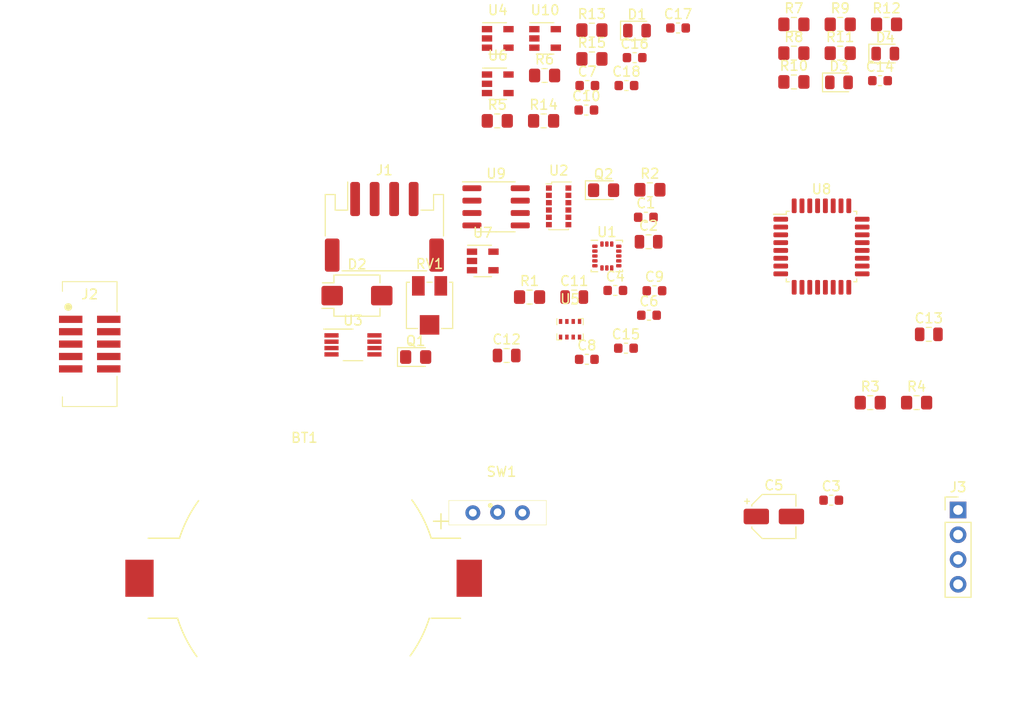
<source format=kicad_pcb>
(kicad_pcb (version 20171130) (host pcbnew 5.1.5-52549c5~84~ubuntu18.04.1)

  (general
    (thickness 1.6)
    (drawings 0)
    (tracks 0)
    (zones 0)
    (modules 55)
    (nets 39)
  )

  (page A4)
  (layers
    (0 F.Cu signal)
    (31 B.Cu signal)
    (32 B.Adhes user)
    (33 F.Adhes user)
    (34 B.Paste user)
    (35 F.Paste user)
    (36 B.SilkS user)
    (37 F.SilkS user)
    (38 B.Mask user)
    (39 F.Mask user)
    (40 Dwgs.User user)
    (41 Cmts.User user)
    (42 Eco1.User user)
    (43 Eco2.User user)
    (44 Edge.Cuts user)
    (45 Margin user)
    (46 B.CrtYd user)
    (47 F.CrtYd user)
    (48 B.Fab user)
    (49 F.Fab user)
  )

  (setup
    (last_trace_width 0.25)
    (trace_clearance 0.2)
    (zone_clearance 0.508)
    (zone_45_only no)
    (trace_min 0.2)
    (via_size 0.8)
    (via_drill 0.4)
    (via_min_size 0.4)
    (via_min_drill 0.3)
    (uvia_size 0.3)
    (uvia_drill 0.1)
    (uvias_allowed no)
    (uvia_min_size 0.2)
    (uvia_min_drill 0.1)
    (edge_width 0.05)
    (segment_width 0.2)
    (pcb_text_width 0.3)
    (pcb_text_size 1.5 1.5)
    (mod_edge_width 0.12)
    (mod_text_size 1 1)
    (mod_text_width 0.15)
    (pad_size 1.524 1.524)
    (pad_drill 0.762)
    (pad_to_mask_clearance 0.051)
    (solder_mask_min_width 0.25)
    (aux_axis_origin 0 0)
    (visible_elements FFFFFF7F)
    (pcbplotparams
      (layerselection 0x010fc_ffffffff)
      (usegerberextensions false)
      (usegerberattributes false)
      (usegerberadvancedattributes false)
      (creategerberjobfile false)
      (excludeedgelayer true)
      (linewidth 0.100000)
      (plotframeref false)
      (viasonmask false)
      (mode 1)
      (useauxorigin false)
      (hpglpennumber 1)
      (hpglpenspeed 20)
      (hpglpendiameter 15.000000)
      (psnegative false)
      (psa4output false)
      (plotreference true)
      (plotvalue true)
      (plotinvisibletext false)
      (padsonsilk false)
      (subtractmaskfromsilk false)
      (outputformat 1)
      (mirror false)
      (drillshape 1)
      (scaleselection 1)
      (outputdirectory ""))
  )

  (net 0 "")
  (net 1 GND)
  (net 2 +2V8)
  (net 3 /load_cell_out-)
  (net 4 /load_cell_out+)
  (net 5 /photo_transistor_1)
  (net 6 /photo_transistor_2)
  (net 7 /photo_diode_1)
  (net 8 /photo_diode_2)
  (net 9 "Net-(RV1-Pad2)")
  (net 10 "Net-(RV1-Pad1)")
  (net 11 Vbatt)
  (net 12 "Net-(D3-Pad2)")
  (net 13 "Net-(D4-Pad2)")
  (net 14 /SCL)
  (net 15 /SDA)
  (net 16 /Vbatt_sense)
  (net 17 /LED_RED)
  (net 18 /LED_GREEN)
  (net 19 /load_cell)
  (net 20 /SWCLK)
  (net 21 /SWDIO)
  (net 22 /Rx)
  (net 23 /Tx)
  (net 24 /~FLASH_CS)
  (net 25 /FLASH_MOSI)
  (net 26 /FLASH_MISO)
  (net 27 /FLASH_SCLK)
  (net 28 /~RST)
  (net 29 "Net-(R3-Pad2)")
  (net 30 /distance_int)
  (net 31 /accel_int1)
  (net 32 /accel_int2)
  (net 33 "Net-(C11-Pad1)")
  (net 34 "Net-(C10-Pad2)")
  (net 35 "Net-(C17-Pad2)")
  (net 36 "Net-(D1-Pad2)")
  (net 37 "Net-(D2-Pad2)")
  (net 38 "Net-(Q2-Pad1)")

  (net_class Default "This is the default net class."
    (clearance 0.2)
    (trace_width 0.25)
    (via_dia 0.8)
    (via_drill 0.4)
    (uvia_dia 0.3)
    (uvia_drill 0.1)
    (add_net +2V8)
    (add_net /FLASH_MISO)
    (add_net /FLASH_MOSI)
    (add_net /FLASH_SCLK)
    (add_net /LED_GREEN)
    (add_net /LED_RED)
    (add_net /Rx)
    (add_net /SCL)
    (add_net /SDA)
    (add_net /SWCLK)
    (add_net /SWDIO)
    (add_net /Tx)
    (add_net /Vbatt_sense)
    (add_net /accel_int1)
    (add_net /accel_int2)
    (add_net /distance_int)
    (add_net /load_cell)
    (add_net /load_cell_out+)
    (add_net /load_cell_out-)
    (add_net /photo_diode_1)
    (add_net /photo_diode_2)
    (add_net /photo_transistor_1)
    (add_net /photo_transistor_2)
    (add_net /~FLASH_CS)
    (add_net /~RST)
    (add_net GND)
    (add_net "Net-(C10-Pad2)")
    (add_net "Net-(C11-Pad1)")
    (add_net "Net-(C17-Pad2)")
    (add_net "Net-(D1-Pad2)")
    (add_net "Net-(D2-Pad2)")
    (add_net "Net-(D3-Pad2)")
    (add_net "Net-(D4-Pad2)")
    (add_net "Net-(J2-Pad6)")
    (add_net "Net-(J2-Pad7)")
    (add_net "Net-(J2-Pad8)")
    (add_net "Net-(Q2-Pad1)")
    (add_net "Net-(R3-Pad2)")
    (add_net "Net-(RV1-Pad1)")
    (add_net "Net-(RV1-Pad2)")
    (add_net "Net-(RV1-Pad3)")
    (add_net "Net-(SW1-Pad3)")
    (add_net "Net-(U1-Pad13)")
    (add_net "Net-(U1-Pad15)")
    (add_net "Net-(U1-Pad16)")
    (add_net "Net-(U1-Pad2)")
    (add_net "Net-(U1-Pad3)")
    (add_net "Net-(U1-Pad7)")
    (add_net "Net-(U7-Pad4)")
    (add_net "Net-(U8-Pad2)")
    (add_net "Net-(U8-Pad20)")
    (add_net "Net-(U8-Pad22)")
    (add_net "Net-(U8-Pad23)")
    (add_net "Net-(U8-Pad26)")
    (add_net "Net-(U8-Pad28)")
    (add_net "Net-(U8-Pad29)")
    (add_net "Net-(U8-Pad3)")
    (add_net Vbatt)
  )

  (module Jitter_Footprints:JST_PH_S4B-PH-SM4-TB_1x04-1MP_P2.00mm_Horizontal (layer F.Cu) (tedit 5CF7E1F8) (tstamp 5E223D15)
    (at 119.2 94.98)
    (descr "JST PH series connector, S4B-PH-SM4-TB (http://www.jst-mfg.com/product/pdf/eng/ePH.pdf), generated with kicad-footprint-generator")
    (tags "connector JST PH top entry")
    (path /5E23E53B)
    (attr smd)
    (fp_text reference J1 (at 0 -5.8) (layer F.SilkS)
      (effects (font (size 1 1) (thickness 0.15)))
    )
    (fp_text value "Load Cell" (at 0 5.8) (layer F.Fab)
      (effects (font (size 1 1) (thickness 0.15)))
    )
    (fp_text user %R (at 0 1.5) (layer F.Fab)
      (effects (font (size 1 1) (thickness 0.15)))
    )
    (fp_line (start -3 -0.892893) (end -2.5 -1.6) (layer F.Fab) (width 0.1))
    (fp_line (start -3.5 -1.6) (end -3 -0.892893) (layer F.Fab) (width 0.1))
    (fp_line (start 6.6 -5.1) (end -6.6 -5.1) (layer F.CrtYd) (width 0.05))
    (fp_line (start 6.6 5.1) (end 6.6 -5.1) (layer F.CrtYd) (width 0.05))
    (fp_line (start -6.6 5.1) (end 6.6 5.1) (layer F.CrtYd) (width 0.05))
    (fp_line (start -6.6 -5.1) (end -6.6 5.1) (layer F.CrtYd) (width 0.05))
    (fp_line (start 5.95 -3.2) (end 5.95 4.4) (layer F.Fab) (width 0.1))
    (fp_line (start -5.95 -3.2) (end -5.95 4.4) (layer F.Fab) (width 0.1))
    (fp_line (start -5.95 4.4) (end 5.95 4.4) (layer F.Fab) (width 0.1))
    (fp_line (start -4.34 4.51) (end 4.34 4.51) (layer F.SilkS) (width 0.12))
    (fp_line (start 5.04 -1.71) (end 3.76 -1.71) (layer F.SilkS) (width 0.12))
    (fp_line (start 5.04 -3.31) (end 5.04 -1.71) (layer F.SilkS) (width 0.12))
    (fp_line (start 6.06 -3.31) (end 5.04 -3.31) (layer F.SilkS) (width 0.12))
    (fp_line (start 6.06 0.94) (end 6.06 -3.31) (layer F.SilkS) (width 0.12))
    (fp_line (start -3.76 -1.71) (end -3.76 -4.6) (layer F.SilkS) (width 0.12))
    (fp_line (start -5.04 -1.71) (end -3.76 -1.71) (layer F.SilkS) (width 0.12))
    (fp_line (start -5.04 -3.31) (end -5.04 -1.71) (layer F.SilkS) (width 0.12))
    (fp_line (start -6.06 -3.31) (end -5.04 -3.31) (layer F.SilkS) (width 0.12))
    (fp_line (start -6.06 0.94) (end -6.06 -3.31) (layer F.SilkS) (width 0.12))
    (fp_line (start 5.15 -3.2) (end 5.95 -3.2) (layer F.Fab) (width 0.1))
    (fp_line (start 5.15 -1.6) (end 5.15 -3.2) (layer F.Fab) (width 0.1))
    (fp_line (start -5.15 -1.6) (end 5.15 -1.6) (layer F.Fab) (width 0.1))
    (fp_line (start -5.15 -3.2) (end -5.15 -1.6) (layer F.Fab) (width 0.1))
    (fp_line (start -5.95 -3.2) (end -5.15 -3.2) (layer F.Fab) (width 0.1))
    (pad MP smd roundrect (at 5.35 2.9) (size 1.5 3.4) (layers F.Cu F.Paste F.Mask) (roundrect_rratio 0.166667)
      (net 1 GND))
    (pad MP smd roundrect (at -5.35 2.9) (size 1.5 3.4) (layers F.Cu F.Paste F.Mask) (roundrect_rratio 0.166667)
      (net 1 GND))
    (pad 4 smd roundrect (at 3 -2.85) (size 1 3.5) (layers F.Cu F.Paste F.Mask) (roundrect_rratio 0.25)
      (net 1 GND))
    (pad 3 smd roundrect (at 1 -2.85) (size 1 3.5) (layers F.Cu F.Paste F.Mask) (roundrect_rratio 0.25)
      (net 3 /load_cell_out-))
    (pad 2 smd roundrect (at -1 -2.85) (size 1 3.5) (layers F.Cu F.Paste F.Mask) (roundrect_rratio 0.25)
      (net 4 /load_cell_out+))
    (pad 1 smd roundrect (at -3 -2.85) (size 1 3.5) (layers F.Cu F.Paste F.Mask) (roundrect_rratio 0.25)
      (net 2 +2V8))
    (model :jitter:JST_S4B-PH-SM4-TB.STEP
      (offset (xyz -11.9 12.5 0))
      (scale (xyz 1 1 1))
      (rotate (xyz -90 0 0))
    )
  )

  (module Jitter_Footprints:VL6180X (layer F.Cu) (tedit 5E2F227F) (tstamp 5E223DCC)
    (at 137.06 92.88)
    (path /5E207EC7)
    (fp_text reference U2 (at 0.01 -3.67) (layer F.SilkS)
      (effects (font (size 1 1) (thickness 0.15)))
    )
    (fp_text value VL6180X (at 0.01 -4.67) (layer F.Fab)
      (effects (font (size 1 1) (thickness 0.15)))
    )
    (fp_line (start 1 2.4) (end 0.99 2.29) (layer F.SilkS) (width 0.1))
    (fp_line (start -1 2.4) (end 1 2.4) (layer F.SilkS) (width 0.1))
    (fp_line (start -1 2.29) (end -1 2.4) (layer F.SilkS) (width 0.1))
    (fp_line (start -0.71 -2.5) (end 1.3 -2.5) (layer F.SilkS) (width 0.1))
    (fp_line (start -0.71 -2.3) (end -0.71 -2.5) (layer F.SilkS) (width 0.1))
    (fp_line (start -1.3 -2.3) (end -0.71 -2.3) (layer F.SilkS) (width 0.1))
    (fp_line (start -1.4 2.4) (end -1.4 -2.4) (layer F.Fab) (width 0.05))
    (fp_line (start 1.4 2.4) (end -1.4 2.4) (layer F.Fab) (width 0.05))
    (fp_line (start 1.4 -2.4) (end 1.4 2.4) (layer F.Fab) (width 0.05))
    (fp_line (start -1.4 -2.4) (end 1.4 -2.4) (layer F.Fab) (width 0.05))
    (fp_line (start 1.66 2.65) (end 1.66 -2.65) (layer F.CrtYd) (width 0.05))
    (fp_line (start -1.66 2.65) (end 1.66 2.65) (layer F.CrtYd) (width 0.05))
    (fp_line (start 1.66 -2.65) (end -1.66 -2.65) (layer F.CrtYd) (width 0.05))
    (fp_line (start -1.66 -2.65) (end -1.66 2.65) (layer F.CrtYd) (width 0.05))
    (pad 8 smd rect (at 1 1.125) (size 0.6 0.55) (layers F.Cu F.Paste F.Mask)
      (net 2 +2V8))
    (pad 10 smd rect (at 1 -0.375) (size 0.6 0.55) (layers F.Cu F.Paste F.Mask)
      (net 2 +2V8))
    (pad 11 smd rect (at 1 -1.125) (size 0.6 0.55) (layers F.Cu F.Paste F.Mask))
    (pad 9 smd rect (at 1 0.375) (size 0.6 0.55) (layers F.Cu F.Paste F.Mask)
      (net 1 GND))
    (pad 7 smd rect (at 1 1.875) (size 0.6 0.55) (layers F.Cu F.Paste F.Mask))
    (pad 12 smd rect (at 1 -1.875) (size 0.6 0.55) (layers F.Cu F.Paste F.Mask)
      (net 1 GND))
    (pad 6 smd rect (at -1 1.875) (size 0.6 0.55) (layers F.Cu F.Paste F.Mask)
      (net 15 /SDA))
    (pad 5 smd rect (at -1 1.125) (size 0.6 0.55) (layers F.Cu F.Paste F.Mask)
      (net 14 /SCL))
    (pad 4 smd rect (at -1 0.375) (size 0.6 0.55) (layers F.Cu F.Paste F.Mask)
      (net 29 "Net-(R3-Pad2)"))
    (pad 3 smd rect (at -1 -0.375) (size 0.6 0.55) (layers F.Cu F.Paste F.Mask))
    (pad 2 smd rect (at -1 -1.125) (size 0.6 0.55) (layers F.Cu F.Paste F.Mask))
    (pad 1 smd rect (at -1 -1.875) (size 0.6 0.55) (layers F.Cu F.Paste F.Mask)
      (net 30 /distance_int))
    (model ":jitter:VL6180X v5.step"
      (at (xyz 0 0 0))
      (scale (xyz 1 1 1))
      (rotate (xyz -90 0 90))
    )
  )

  (module Jitter_Footprints:BatteryHolder_SMTU-2450N-1-LF_1x2450 (layer F.Cu) (tedit 5E2F1FDC) (tstamp 5E22535E)
    (at 111 131)
    (descr http://www.keyelco.com/product-pdf.cfm?p=786)
    (tags "Keystone type 3008 coin cell retainer")
    (path /5E2C62BF)
    (attr smd)
    (fp_text reference BT1 (at 0 -14.4) (layer F.SilkS)
      (effects (font (size 1 1) (thickness 0.15)))
    )
    (fp_text value "SMTU 2450N-1-LF" (at 0 14) (layer F.Fab)
      (effects (font (size 1 1) (thickness 0.15)))
    )
    (fp_text user + (at 14 -6) (layer F.SilkS)
      (effects (font (size 2 2) (thickness 0.15)))
    )
    (fp_arc (start 0.017494 0.024054) (end 12.8 4.1) (angle 18.5) (layer F.SilkS) (width 0.15))
    (fp_arc (start -0.017494 -0.024054) (end -12.8 -4.1) (angle 18.5) (layer F.SilkS) (width 0.15))
    (fp_arc (start 0 0) (end 12.999999 -4.099999) (angle -18.52290402) (layer F.SilkS) (width 0.15))
    (fp_arc (start 0 0) (end -12.999999 4.099999) (angle -18.5229034) (layer F.SilkS) (width 0.15))
    (fp_line (start -12.8 -4.1) (end -16 -4.1) (layer F.SilkS) (width 0.15))
    (fp_line (start -13 4.1) (end -16 4.1) (layer F.SilkS) (width 0.15))
    (fp_line (start 13 -4.1) (end 16 -4.1) (layer F.SilkS) (width 0.15))
    (fp_line (start 13 4.1) (end 16 4.1) (layer F.SilkS) (width 0.15))
    (fp_line (start -18.6 4.1) (end -12.8 4.1) (layer F.CrtYd) (width 0.12))
    (fp_arc (start 0 0) (end 12.9 -4.1) (angle -144.6) (layer F.CrtYd) (width 0.12))
    (fp_line (start -18.6 -4.1) (end -12.8 -4.1) (layer F.CrtYd) (width 0.12))
    (fp_line (start -18.6 4.1) (end -18.6 -4.1) (layer F.CrtYd) (width 0.12))
    (fp_line (start 18.7 -4.1) (end 18.7 4.1) (layer F.CrtYd) (width 0.12))
    (fp_line (start 18.7 -4.1) (end 12.9 -4.1) (layer F.CrtYd) (width 0.12))
    (fp_line (start 18.7 4.1) (end 12.9 4.1) (layer F.CrtYd) (width 0.12))
    (fp_arc (start 0 0) (end -12.8 4.1) (angle -144.6) (layer F.CrtYd) (width 0.12))
    (fp_circle (center 0 0) (end 12.25 0) (layer Dwgs.User) (width 0.15))
    (fp_text user %R (at 0 0) (layer F.Fab)
      (effects (font (size 1 1) (thickness 0.15)))
    )
    (pad 1 smd rect (at 16.9 0) (size 2.6 3.8) (layers F.Cu F.Paste F.Mask)
      (net 11 Vbatt))
    (pad 2 smd rect (at -16.9 0) (size 2.9 3.8) (layers F.Cu F.Paste F.Mask)
      (net 1 GND))
    (model ":jitter:SMTU 2450N-1-LF_with_battery.STEP"
      (offset (xyz 0 0 0.25))
      (scale (xyz 1 1 1))
      (rotate (xyz -90 0 0))
    )
  )

  (module Package_TO_SOT_SMD:SOT-23-5 (layer F.Cu) (tedit 5A02FF57) (tstamp 5E2F1F13)
    (at 135.67 75.67)
    (descr "5-pin SOT23 package")
    (tags SOT-23-5)
    (path /5E522AC6)
    (attr smd)
    (fp_text reference U10 (at 0 -2.9) (layer F.SilkS)
      (effects (font (size 1 1) (thickness 0.15)))
    )
    (fp_text value MCP6001U (at 0 2.9) (layer F.Fab)
      (effects (font (size 1 1) (thickness 0.15)))
    )
    (fp_line (start 0.9 -1.55) (end 0.9 1.55) (layer F.Fab) (width 0.1))
    (fp_line (start 0.9 1.55) (end -0.9 1.55) (layer F.Fab) (width 0.1))
    (fp_line (start -0.9 -0.9) (end -0.9 1.55) (layer F.Fab) (width 0.1))
    (fp_line (start 0.9 -1.55) (end -0.25 -1.55) (layer F.Fab) (width 0.1))
    (fp_line (start -0.9 -0.9) (end -0.25 -1.55) (layer F.Fab) (width 0.1))
    (fp_line (start -1.9 1.8) (end -1.9 -1.8) (layer F.CrtYd) (width 0.05))
    (fp_line (start 1.9 1.8) (end -1.9 1.8) (layer F.CrtYd) (width 0.05))
    (fp_line (start 1.9 -1.8) (end 1.9 1.8) (layer F.CrtYd) (width 0.05))
    (fp_line (start -1.9 -1.8) (end 1.9 -1.8) (layer F.CrtYd) (width 0.05))
    (fp_line (start 0.9 -1.61) (end -1.55 -1.61) (layer F.SilkS) (width 0.12))
    (fp_line (start -0.9 1.61) (end 0.9 1.61) (layer F.SilkS) (width 0.12))
    (fp_text user %R (at 0 0 90) (layer F.Fab)
      (effects (font (size 0.5 0.5) (thickness 0.075)))
    )
    (pad 5 smd rect (at 1.1 -0.95) (size 1.06 0.65) (layers F.Cu F.Paste F.Mask)
      (net 2 +2V8))
    (pad 4 smd rect (at 1.1 0.95) (size 1.06 0.65) (layers F.Cu F.Paste F.Mask)
      (net 8 /photo_diode_2))
    (pad 3 smd rect (at -1.1 0.95) (size 1.06 0.65) (layers F.Cu F.Paste F.Mask)
      (net 35 "Net-(C17-Pad2)"))
    (pad 2 smd rect (at -1.1 0) (size 1.06 0.65) (layers F.Cu F.Paste F.Mask)
      (net 1 GND))
    (pad 1 smd rect (at -1.1 -0.95) (size 1.06 0.65) (layers F.Cu F.Paste F.Mask)
      (net 37 "Net-(D2-Pad2)"))
    (model ${KISYS3DMOD}/Package_TO_SOT_SMD.3dshapes/SOT-23-5.wrl
      (at (xyz 0 0 0))
      (scale (xyz 1 1 1))
      (rotate (xyz 0 0 0))
    )
  )

  (module Package_TO_SOT_SMD:SOT-23-5 (layer F.Cu) (tedit 5A02FF57) (tstamp 5E2F1E10)
    (at 130.82 80.32)
    (descr "5-pin SOT23 package")
    (tags SOT-23-5)
    (path /5E345321)
    (attr smd)
    (fp_text reference U6 (at 0 -2.9) (layer F.SilkS)
      (effects (font (size 1 1) (thickness 0.15)))
    )
    (fp_text value MCP6001U (at 0 2.9) (layer F.Fab)
      (effects (font (size 1 1) (thickness 0.15)))
    )
    (fp_line (start 0.9 -1.55) (end 0.9 1.55) (layer F.Fab) (width 0.1))
    (fp_line (start 0.9 1.55) (end -0.9 1.55) (layer F.Fab) (width 0.1))
    (fp_line (start -0.9 -0.9) (end -0.9 1.55) (layer F.Fab) (width 0.1))
    (fp_line (start 0.9 -1.55) (end -0.25 -1.55) (layer F.Fab) (width 0.1))
    (fp_line (start -0.9 -0.9) (end -0.25 -1.55) (layer F.Fab) (width 0.1))
    (fp_line (start -1.9 1.8) (end -1.9 -1.8) (layer F.CrtYd) (width 0.05))
    (fp_line (start 1.9 1.8) (end -1.9 1.8) (layer F.CrtYd) (width 0.05))
    (fp_line (start 1.9 -1.8) (end 1.9 1.8) (layer F.CrtYd) (width 0.05))
    (fp_line (start -1.9 -1.8) (end 1.9 -1.8) (layer F.CrtYd) (width 0.05))
    (fp_line (start 0.9 -1.61) (end -1.55 -1.61) (layer F.SilkS) (width 0.12))
    (fp_line (start -0.9 1.61) (end 0.9 1.61) (layer F.SilkS) (width 0.12))
    (fp_text user %R (at 0 0 90) (layer F.Fab)
      (effects (font (size 0.5 0.5) (thickness 0.075)))
    )
    (pad 5 smd rect (at 1.1 -0.95) (size 1.06 0.65) (layers F.Cu F.Paste F.Mask)
      (net 2 +2V8))
    (pad 4 smd rect (at 1.1 0.95) (size 1.06 0.65) (layers F.Cu F.Paste F.Mask)
      (net 7 /photo_diode_1))
    (pad 3 smd rect (at -1.1 0.95) (size 1.06 0.65) (layers F.Cu F.Paste F.Mask)
      (net 34 "Net-(C10-Pad2)"))
    (pad 2 smd rect (at -1.1 0) (size 1.06 0.65) (layers F.Cu F.Paste F.Mask)
      (net 1 GND))
    (pad 1 smd rect (at -1.1 -0.95) (size 1.06 0.65) (layers F.Cu F.Paste F.Mask)
      (net 36 "Net-(D1-Pad2)"))
    (model ${KISYS3DMOD}/Package_TO_SOT_SMD.3dshapes/SOT-23-5.wrl
      (at (xyz 0 0 0))
      (scale (xyz 1 1 1))
      (rotate (xyz 0 0 0))
    )
  )

  (module Package_TO_SOT_SMD:SOT-23-5 (layer F.Cu) (tedit 5A02FF57) (tstamp 5E2F1DC3)
    (at 130.82 75.67)
    (descr "5-pin SOT23 package")
    (tags SOT-23-5)
    (path /5E53AEA4)
    (attr smd)
    (fp_text reference U4 (at 0 -2.9) (layer F.SilkS)
      (effects (font (size 1 1) (thickness 0.15)))
    )
    (fp_text value MCP6001U (at 0 2.9) (layer F.Fab)
      (effects (font (size 1 1) (thickness 0.15)))
    )
    (fp_line (start 0.9 -1.55) (end 0.9 1.55) (layer F.Fab) (width 0.1))
    (fp_line (start 0.9 1.55) (end -0.9 1.55) (layer F.Fab) (width 0.1))
    (fp_line (start -0.9 -0.9) (end -0.9 1.55) (layer F.Fab) (width 0.1))
    (fp_line (start 0.9 -1.55) (end -0.25 -1.55) (layer F.Fab) (width 0.1))
    (fp_line (start -0.9 -0.9) (end -0.25 -1.55) (layer F.Fab) (width 0.1))
    (fp_line (start -1.9 1.8) (end -1.9 -1.8) (layer F.CrtYd) (width 0.05))
    (fp_line (start 1.9 1.8) (end -1.9 1.8) (layer F.CrtYd) (width 0.05))
    (fp_line (start 1.9 -1.8) (end 1.9 1.8) (layer F.CrtYd) (width 0.05))
    (fp_line (start -1.9 -1.8) (end 1.9 -1.8) (layer F.CrtYd) (width 0.05))
    (fp_line (start 0.9 -1.61) (end -1.55 -1.61) (layer F.SilkS) (width 0.12))
    (fp_line (start -0.9 1.61) (end 0.9 1.61) (layer F.SilkS) (width 0.12))
    (fp_text user %R (at 0 0 90) (layer F.Fab)
      (effects (font (size 0.5 0.5) (thickness 0.075)))
    )
    (pad 5 smd rect (at 1.1 -0.95) (size 1.06 0.65) (layers F.Cu F.Paste F.Mask)
      (net 2 +2V8))
    (pad 4 smd rect (at 1.1 0.95) (size 1.06 0.65) (layers F.Cu F.Paste F.Mask)
      (net 6 /photo_transistor_2))
    (pad 3 smd rect (at -1.1 0.95) (size 1.06 0.65) (layers F.Cu F.Paste F.Mask)
      (net 6 /photo_transistor_2))
    (pad 2 smd rect (at -1.1 0) (size 1.06 0.65) (layers F.Cu F.Paste F.Mask)
      (net 1 GND))
    (pad 1 smd rect (at -1.1 -0.95) (size 1.06 0.65) (layers F.Cu F.Paste F.Mask)
      (net 38 "Net-(Q2-Pad1)"))
    (model ${KISYS3DMOD}/Package_TO_SOT_SMD.3dshapes/SOT-23-5.wrl
      (at (xyz 0 0 0))
      (scale (xyz 1 1 1))
      (rotate (xyz 0 0 0))
    )
  )

  (module Resistor_SMD:R_0805_2012Metric_Pad1.15x1.40mm_HandSolder (layer F.Cu) (tedit 5B36C52B) (tstamp 5E2F1CAE)
    (at 140.47 77.77)
    (descr "Resistor SMD 0805 (2012 Metric), square (rectangular) end terminal, IPC_7351 nominal with elongated pad for handsoldering. (Body size source: https://docs.google.com/spreadsheets/d/1BsfQQcO9C6DZCsRaXUlFlo91Tg2WpOkGARC1WS5S8t0/edit?usp=sharing), generated with kicad-footprint-generator")
    (tags "resistor handsolder")
    (path /5E522AFA)
    (attr smd)
    (fp_text reference R15 (at 0 -1.65) (layer F.SilkS)
      (effects (font (size 1 1) (thickness 0.15)))
    )
    (fp_text value 0 (at 0 1.65) (layer F.Fab)
      (effects (font (size 1 1) (thickness 0.15)))
    )
    (fp_text user %R (at 0 0) (layer F.Fab)
      (effects (font (size 0.5 0.5) (thickness 0.08)))
    )
    (fp_line (start 1.85 0.95) (end -1.85 0.95) (layer F.CrtYd) (width 0.05))
    (fp_line (start 1.85 -0.95) (end 1.85 0.95) (layer F.CrtYd) (width 0.05))
    (fp_line (start -1.85 -0.95) (end 1.85 -0.95) (layer F.CrtYd) (width 0.05))
    (fp_line (start -1.85 0.95) (end -1.85 -0.95) (layer F.CrtYd) (width 0.05))
    (fp_line (start -0.261252 0.71) (end 0.261252 0.71) (layer F.SilkS) (width 0.12))
    (fp_line (start -0.261252 -0.71) (end 0.261252 -0.71) (layer F.SilkS) (width 0.12))
    (fp_line (start 1 0.6) (end -1 0.6) (layer F.Fab) (width 0.1))
    (fp_line (start 1 -0.6) (end 1 0.6) (layer F.Fab) (width 0.1))
    (fp_line (start -1 -0.6) (end 1 -0.6) (layer F.Fab) (width 0.1))
    (fp_line (start -1 0.6) (end -1 -0.6) (layer F.Fab) (width 0.1))
    (pad 2 smd roundrect (at 1.025 0) (size 1.15 1.4) (layers F.Cu F.Paste F.Mask) (roundrect_rratio 0.217391)
      (net 37 "Net-(D2-Pad2)"))
    (pad 1 smd roundrect (at -1.025 0) (size 1.15 1.4) (layers F.Cu F.Paste F.Mask) (roundrect_rratio 0.217391)
      (net 1 GND))
    (model ${KISYS3DMOD}/Resistor_SMD.3dshapes/R_0805_2012Metric.wrl
      (at (xyz 0 0 0))
      (scale (xyz 1 1 1))
      (rotate (xyz 0 0 0))
    )
  )

  (module Resistor_SMD:R_0805_2012Metric_Pad1.15x1.40mm_HandSolder (layer F.Cu) (tedit 5B36C52B) (tstamp 5E2F1C9D)
    (at 135.52 84.12)
    (descr "Resistor SMD 0805 (2012 Metric), square (rectangular) end terminal, IPC_7351 nominal with elongated pad for handsoldering. (Body size source: https://docs.google.com/spreadsheets/d/1BsfQQcO9C6DZCsRaXUlFlo91Tg2WpOkGARC1WS5S8t0/edit?usp=sharing), generated with kicad-footprint-generator")
    (tags "resistor handsolder")
    (path /5E522AEA)
    (attr smd)
    (fp_text reference R14 (at 0 -1.65) (layer F.SilkS)
      (effects (font (size 1 1) (thickness 0.15)))
    )
    (fp_text value 10M (at 0 1.65) (layer F.Fab)
      (effects (font (size 1 1) (thickness 0.15)))
    )
    (fp_text user %R (at 0 0) (layer F.Fab)
      (effects (font (size 0.5 0.5) (thickness 0.08)))
    )
    (fp_line (start 1.85 0.95) (end -1.85 0.95) (layer F.CrtYd) (width 0.05))
    (fp_line (start 1.85 -0.95) (end 1.85 0.95) (layer F.CrtYd) (width 0.05))
    (fp_line (start -1.85 -0.95) (end 1.85 -0.95) (layer F.CrtYd) (width 0.05))
    (fp_line (start -1.85 0.95) (end -1.85 -0.95) (layer F.CrtYd) (width 0.05))
    (fp_line (start -0.261252 0.71) (end 0.261252 0.71) (layer F.SilkS) (width 0.12))
    (fp_line (start -0.261252 -0.71) (end 0.261252 -0.71) (layer F.SilkS) (width 0.12))
    (fp_line (start 1 0.6) (end -1 0.6) (layer F.Fab) (width 0.1))
    (fp_line (start 1 -0.6) (end 1 0.6) (layer F.Fab) (width 0.1))
    (fp_line (start -1 -0.6) (end 1 -0.6) (layer F.Fab) (width 0.1))
    (fp_line (start -1 0.6) (end -1 -0.6) (layer F.Fab) (width 0.1))
    (pad 2 smd roundrect (at 1.025 0) (size 1.15 1.4) (layers F.Cu F.Paste F.Mask) (roundrect_rratio 0.217391)
      (net 35 "Net-(C17-Pad2)"))
    (pad 1 smd roundrect (at -1.025 0) (size 1.15 1.4) (layers F.Cu F.Paste F.Mask) (roundrect_rratio 0.217391)
      (net 8 /photo_diode_2))
    (model ${KISYS3DMOD}/Resistor_SMD.3dshapes/R_0805_2012Metric.wrl
      (at (xyz 0 0 0))
      (scale (xyz 1 1 1))
      (rotate (xyz 0 0 0))
    )
  )

  (module Resistor_SMD:R_0805_2012Metric_Pad1.15x1.40mm_HandSolder (layer F.Cu) (tedit 5B36C52B) (tstamp 5E2F1C8C)
    (at 140.47 74.82)
    (descr "Resistor SMD 0805 (2012 Metric), square (rectangular) end terminal, IPC_7351 nominal with elongated pad for handsoldering. (Body size source: https://docs.google.com/spreadsheets/d/1BsfQQcO9C6DZCsRaXUlFlo91Tg2WpOkGARC1WS5S8t0/edit?usp=sharing), generated with kicad-footprint-generator")
    (tags "resistor handsolder")
    (path /5E3D6A55)
    (attr smd)
    (fp_text reference R13 (at 0 -1.65) (layer F.SilkS)
      (effects (font (size 1 1) (thickness 0.15)))
    )
    (fp_text value 0 (at 0 1.65) (layer F.Fab)
      (effects (font (size 1 1) (thickness 0.15)))
    )
    (fp_text user %R (at 0 0) (layer F.Fab)
      (effects (font (size 0.5 0.5) (thickness 0.08)))
    )
    (fp_line (start 1.85 0.95) (end -1.85 0.95) (layer F.CrtYd) (width 0.05))
    (fp_line (start 1.85 -0.95) (end 1.85 0.95) (layer F.CrtYd) (width 0.05))
    (fp_line (start -1.85 -0.95) (end 1.85 -0.95) (layer F.CrtYd) (width 0.05))
    (fp_line (start -1.85 0.95) (end -1.85 -0.95) (layer F.CrtYd) (width 0.05))
    (fp_line (start -0.261252 0.71) (end 0.261252 0.71) (layer F.SilkS) (width 0.12))
    (fp_line (start -0.261252 -0.71) (end 0.261252 -0.71) (layer F.SilkS) (width 0.12))
    (fp_line (start 1 0.6) (end -1 0.6) (layer F.Fab) (width 0.1))
    (fp_line (start 1 -0.6) (end 1 0.6) (layer F.Fab) (width 0.1))
    (fp_line (start -1 -0.6) (end 1 -0.6) (layer F.Fab) (width 0.1))
    (fp_line (start -1 0.6) (end -1 -0.6) (layer F.Fab) (width 0.1))
    (pad 2 smd roundrect (at 1.025 0) (size 1.15 1.4) (layers F.Cu F.Paste F.Mask) (roundrect_rratio 0.217391)
      (net 36 "Net-(D1-Pad2)"))
    (pad 1 smd roundrect (at -1.025 0) (size 1.15 1.4) (layers F.Cu F.Paste F.Mask) (roundrect_rratio 0.217391)
      (net 1 GND))
    (model ${KISYS3DMOD}/Resistor_SMD.3dshapes/R_0805_2012Metric.wrl
      (at (xyz 0 0 0))
      (scale (xyz 1 1 1))
      (rotate (xyz 0 0 0))
    )
  )

  (module Resistor_SMD:R_0805_2012Metric_Pad1.15x1.40mm_HandSolder (layer F.Cu) (tedit 5B36C52B) (tstamp 5E2F1BDB)
    (at 135.62 79.47)
    (descr "Resistor SMD 0805 (2012 Metric), square (rectangular) end terminal, IPC_7351 nominal with elongated pad for handsoldering. (Body size source: https://docs.google.com/spreadsheets/d/1BsfQQcO9C6DZCsRaXUlFlo91Tg2WpOkGARC1WS5S8t0/edit?usp=sharing), generated with kicad-footprint-generator")
    (tags "resistor handsolder")
    (path /5E3B5466)
    (attr smd)
    (fp_text reference R6 (at 0 -1.65) (layer F.SilkS)
      (effects (font (size 1 1) (thickness 0.15)))
    )
    (fp_text value 10M (at 0 1.65) (layer F.Fab)
      (effects (font (size 1 1) (thickness 0.15)))
    )
    (fp_text user %R (at 0 0) (layer F.Fab)
      (effects (font (size 0.5 0.5) (thickness 0.08)))
    )
    (fp_line (start 1.85 0.95) (end -1.85 0.95) (layer F.CrtYd) (width 0.05))
    (fp_line (start 1.85 -0.95) (end 1.85 0.95) (layer F.CrtYd) (width 0.05))
    (fp_line (start -1.85 -0.95) (end 1.85 -0.95) (layer F.CrtYd) (width 0.05))
    (fp_line (start -1.85 0.95) (end -1.85 -0.95) (layer F.CrtYd) (width 0.05))
    (fp_line (start -0.261252 0.71) (end 0.261252 0.71) (layer F.SilkS) (width 0.12))
    (fp_line (start -0.261252 -0.71) (end 0.261252 -0.71) (layer F.SilkS) (width 0.12))
    (fp_line (start 1 0.6) (end -1 0.6) (layer F.Fab) (width 0.1))
    (fp_line (start 1 -0.6) (end 1 0.6) (layer F.Fab) (width 0.1))
    (fp_line (start -1 -0.6) (end 1 -0.6) (layer F.Fab) (width 0.1))
    (fp_line (start -1 0.6) (end -1 -0.6) (layer F.Fab) (width 0.1))
    (pad 2 smd roundrect (at 1.025 0) (size 1.15 1.4) (layers F.Cu F.Paste F.Mask) (roundrect_rratio 0.217391)
      (net 34 "Net-(C10-Pad2)"))
    (pad 1 smd roundrect (at -1.025 0) (size 1.15 1.4) (layers F.Cu F.Paste F.Mask) (roundrect_rratio 0.217391)
      (net 7 /photo_diode_1))
    (model ${KISYS3DMOD}/Resistor_SMD.3dshapes/R_0805_2012Metric.wrl
      (at (xyz 0 0 0))
      (scale (xyz 1 1 1))
      (rotate (xyz 0 0 0))
    )
  )

  (module Resistor_SMD:R_0805_2012Metric_Pad1.15x1.40mm_HandSolder (layer F.Cu) (tedit 5B36C52B) (tstamp 5E2F1BCA)
    (at 130.77 84.12)
    (descr "Resistor SMD 0805 (2012 Metric), square (rectangular) end terminal, IPC_7351 nominal with elongated pad for handsoldering. (Body size source: https://docs.google.com/spreadsheets/d/1BsfQQcO9C6DZCsRaXUlFlo91Tg2WpOkGARC1WS5S8t0/edit?usp=sharing), generated with kicad-footprint-generator")
    (tags "resistor handsolder")
    (path /5E5A871A)
    (attr smd)
    (fp_text reference R5 (at 0 -1.65) (layer F.SilkS)
      (effects (font (size 1 1) (thickness 0.15)))
    )
    (fp_text value DNI (at 0 1.65) (layer F.Fab)
      (effects (font (size 1 1) (thickness 0.15)))
    )
    (fp_text user %R (at 0 0) (layer F.Fab)
      (effects (font (size 0.5 0.5) (thickness 0.08)))
    )
    (fp_line (start 1.85 0.95) (end -1.85 0.95) (layer F.CrtYd) (width 0.05))
    (fp_line (start 1.85 -0.95) (end 1.85 0.95) (layer F.CrtYd) (width 0.05))
    (fp_line (start -1.85 -0.95) (end 1.85 -0.95) (layer F.CrtYd) (width 0.05))
    (fp_line (start -1.85 0.95) (end -1.85 -0.95) (layer F.CrtYd) (width 0.05))
    (fp_line (start -0.261252 0.71) (end 0.261252 0.71) (layer F.SilkS) (width 0.12))
    (fp_line (start -0.261252 -0.71) (end 0.261252 -0.71) (layer F.SilkS) (width 0.12))
    (fp_line (start 1 0.6) (end -1 0.6) (layer F.Fab) (width 0.1))
    (fp_line (start 1 -0.6) (end 1 0.6) (layer F.Fab) (width 0.1))
    (fp_line (start -1 -0.6) (end 1 -0.6) (layer F.Fab) (width 0.1))
    (fp_line (start -1 0.6) (end -1 -0.6) (layer F.Fab) (width 0.1))
    (pad 2 smd roundrect (at 1.025 0) (size 1.15 1.4) (layers F.Cu F.Paste F.Mask) (roundrect_rratio 0.217391)
      (net 38 "Net-(Q2-Pad1)"))
    (pad 1 smd roundrect (at -1.025 0) (size 1.15 1.4) (layers F.Cu F.Paste F.Mask) (roundrect_rratio 0.217391)
      (net 6 /photo_transistor_2))
    (model ${KISYS3DMOD}/Resistor_SMD.3dshapes/R_0805_2012Metric.wrl
      (at (xyz 0 0 0))
      (scale (xyz 1 1 1))
      (rotate (xyz 0 0 0))
    )
  )

  (module Diode_SMD:D_0805_2012Metric (layer F.Cu) (tedit 5B36C52B) (tstamp 5E2F1985)
    (at 145.09 74.865)
    (descr "Diode SMD 0805 (2012 Metric), square (rectangular) end terminal, IPC_7351 nominal, (Body size source: https://docs.google.com/spreadsheets/d/1BsfQQcO9C6DZCsRaXUlFlo91Tg2WpOkGARC1WS5S8t0/edit?usp=sharing), generated with kicad-footprint-generator")
    (tags diode)
    (path /5E37F4FF)
    (attr smd)
    (fp_text reference D1 (at 0 -1.65) (layer F.SilkS)
      (effects (font (size 1 1) (thickness 0.15)))
    )
    (fp_text value SFH2716 (at 0 1.65) (layer F.Fab)
      (effects (font (size 1 1) (thickness 0.15)))
    )
    (fp_text user %R (at 0 0) (layer F.Fab)
      (effects (font (size 0.5 0.5) (thickness 0.08)))
    )
    (fp_line (start 1.68 0.95) (end -1.68 0.95) (layer F.CrtYd) (width 0.05))
    (fp_line (start 1.68 -0.95) (end 1.68 0.95) (layer F.CrtYd) (width 0.05))
    (fp_line (start -1.68 -0.95) (end 1.68 -0.95) (layer F.CrtYd) (width 0.05))
    (fp_line (start -1.68 0.95) (end -1.68 -0.95) (layer F.CrtYd) (width 0.05))
    (fp_line (start -1.685 0.96) (end 1 0.96) (layer F.SilkS) (width 0.12))
    (fp_line (start -1.685 -0.96) (end -1.685 0.96) (layer F.SilkS) (width 0.12))
    (fp_line (start 1 -0.96) (end -1.685 -0.96) (layer F.SilkS) (width 0.12))
    (fp_line (start 1 0.6) (end 1 -0.6) (layer F.Fab) (width 0.1))
    (fp_line (start -1 0.6) (end 1 0.6) (layer F.Fab) (width 0.1))
    (fp_line (start -1 -0.3) (end -1 0.6) (layer F.Fab) (width 0.1))
    (fp_line (start -0.7 -0.6) (end -1 -0.3) (layer F.Fab) (width 0.1))
    (fp_line (start 1 -0.6) (end -0.7 -0.6) (layer F.Fab) (width 0.1))
    (pad 2 smd roundrect (at 0.9375 0) (size 0.975 1.4) (layers F.Cu F.Paste F.Mask) (roundrect_rratio 0.25)
      (net 36 "Net-(D1-Pad2)"))
    (pad 1 smd roundrect (at -0.9375 0) (size 0.975 1.4) (layers F.Cu F.Paste F.Mask) (roundrect_rratio 0.25)
      (net 34 "Net-(C10-Pad2)"))
    (model ${KISYS3DMOD}/Diode_SMD.3dshapes/D_0805_2012Metric.wrl
      (at (xyz 0 0 0))
      (scale (xyz 1 1 1))
      (rotate (xyz 0 0 0))
    )
  )

  (module Capacitor_SMD:C_0603_1608Metric (layer F.Cu) (tedit 5B301BBE) (tstamp 5E2F1972)
    (at 144.01 80.5)
    (descr "Capacitor SMD 0603 (1608 Metric), square (rectangular) end terminal, IPC_7351 nominal, (Body size source: http://www.tortai-tech.com/upload/download/2011102023233369053.pdf), generated with kicad-footprint-generator")
    (tags capacitor)
    (path /5E522AE3)
    (attr smd)
    (fp_text reference C18 (at 0 -1.43) (layer F.SilkS)
      (effects (font (size 1 1) (thickness 0.15)))
    )
    (fp_text value 100nF (at 0 1.43) (layer F.Fab)
      (effects (font (size 1 1) (thickness 0.15)))
    )
    (fp_text user %R (at 0 0) (layer F.Fab)
      (effects (font (size 0.4 0.4) (thickness 0.06)))
    )
    (fp_line (start 1.48 0.73) (end -1.48 0.73) (layer F.CrtYd) (width 0.05))
    (fp_line (start 1.48 -0.73) (end 1.48 0.73) (layer F.CrtYd) (width 0.05))
    (fp_line (start -1.48 -0.73) (end 1.48 -0.73) (layer F.CrtYd) (width 0.05))
    (fp_line (start -1.48 0.73) (end -1.48 -0.73) (layer F.CrtYd) (width 0.05))
    (fp_line (start -0.162779 0.51) (end 0.162779 0.51) (layer F.SilkS) (width 0.12))
    (fp_line (start -0.162779 -0.51) (end 0.162779 -0.51) (layer F.SilkS) (width 0.12))
    (fp_line (start 0.8 0.4) (end -0.8 0.4) (layer F.Fab) (width 0.1))
    (fp_line (start 0.8 -0.4) (end 0.8 0.4) (layer F.Fab) (width 0.1))
    (fp_line (start -0.8 -0.4) (end 0.8 -0.4) (layer F.Fab) (width 0.1))
    (fp_line (start -0.8 0.4) (end -0.8 -0.4) (layer F.Fab) (width 0.1))
    (pad 2 smd roundrect (at 0.7875 0) (size 0.875 0.95) (layers F.Cu F.Paste F.Mask) (roundrect_rratio 0.25)
      (net 1 GND))
    (pad 1 smd roundrect (at -0.7875 0) (size 0.875 0.95) (layers F.Cu F.Paste F.Mask) (roundrect_rratio 0.25)
      (net 2 +2V8))
    (model ${KISYS3DMOD}/Capacitor_SMD.3dshapes/C_0603_1608Metric.wrl
      (at (xyz 0 0 0))
      (scale (xyz 1 1 1))
      (rotate (xyz 0 0 0))
    )
  )

  (module Capacitor_SMD:C_0603_1608Metric (layer F.Cu) (tedit 5B301BBE) (tstamp 5E2F1961)
    (at 149.3 74.6)
    (descr "Capacitor SMD 0603 (1608 Metric), square (rectangular) end terminal, IPC_7351 nominal, (Body size source: http://www.tortai-tech.com/upload/download/2011102023233369053.pdf), generated with kicad-footprint-generator")
    (tags capacitor)
    (path /5E522B0D)
    (attr smd)
    (fp_text reference C17 (at 0 -1.43) (layer F.SilkS)
      (effects (font (size 1 1) (thickness 0.15)))
    )
    (fp_text value 15pF (at 0 1.43) (layer F.Fab)
      (effects (font (size 1 1) (thickness 0.15)))
    )
    (fp_text user %R (at 0 0) (layer F.Fab)
      (effects (font (size 0.4 0.4) (thickness 0.06)))
    )
    (fp_line (start 1.48 0.73) (end -1.48 0.73) (layer F.CrtYd) (width 0.05))
    (fp_line (start 1.48 -0.73) (end 1.48 0.73) (layer F.CrtYd) (width 0.05))
    (fp_line (start -1.48 -0.73) (end 1.48 -0.73) (layer F.CrtYd) (width 0.05))
    (fp_line (start -1.48 0.73) (end -1.48 -0.73) (layer F.CrtYd) (width 0.05))
    (fp_line (start -0.162779 0.51) (end 0.162779 0.51) (layer F.SilkS) (width 0.12))
    (fp_line (start -0.162779 -0.51) (end 0.162779 -0.51) (layer F.SilkS) (width 0.12))
    (fp_line (start 0.8 0.4) (end -0.8 0.4) (layer F.Fab) (width 0.1))
    (fp_line (start 0.8 -0.4) (end 0.8 0.4) (layer F.Fab) (width 0.1))
    (fp_line (start -0.8 -0.4) (end 0.8 -0.4) (layer F.Fab) (width 0.1))
    (fp_line (start -0.8 0.4) (end -0.8 -0.4) (layer F.Fab) (width 0.1))
    (pad 2 smd roundrect (at 0.7875 0) (size 0.875 0.95) (layers F.Cu F.Paste F.Mask) (roundrect_rratio 0.25)
      (net 35 "Net-(C17-Pad2)"))
    (pad 1 smd roundrect (at -0.7875 0) (size 0.875 0.95) (layers F.Cu F.Paste F.Mask) (roundrect_rratio 0.25)
      (net 8 /photo_diode_2))
    (model ${KISYS3DMOD}/Capacitor_SMD.3dshapes/C_0603_1608Metric.wrl
      (at (xyz 0 0 0))
      (scale (xyz 1 1 1))
      (rotate (xyz 0 0 0))
    )
  )

  (module Capacitor_SMD:C_0603_1608Metric (layer F.Cu) (tedit 5B301BBE) (tstamp 5E2F1950)
    (at 144.85 77.64)
    (descr "Capacitor SMD 0603 (1608 Metric), square (rectangular) end terminal, IPC_7351 nominal, (Body size source: http://www.tortai-tech.com/upload/download/2011102023233369053.pdf), generated with kicad-footprint-generator")
    (tags capacitor)
    (path /5E39F7C8)
    (attr smd)
    (fp_text reference C16 (at 0 -1.43) (layer F.SilkS)
      (effects (font (size 1 1) (thickness 0.15)))
    )
    (fp_text value 100nF (at 0 1.43) (layer F.Fab)
      (effects (font (size 1 1) (thickness 0.15)))
    )
    (fp_text user %R (at 0 0) (layer F.Fab)
      (effects (font (size 0.4 0.4) (thickness 0.06)))
    )
    (fp_line (start 1.48 0.73) (end -1.48 0.73) (layer F.CrtYd) (width 0.05))
    (fp_line (start 1.48 -0.73) (end 1.48 0.73) (layer F.CrtYd) (width 0.05))
    (fp_line (start -1.48 -0.73) (end 1.48 -0.73) (layer F.CrtYd) (width 0.05))
    (fp_line (start -1.48 0.73) (end -1.48 -0.73) (layer F.CrtYd) (width 0.05))
    (fp_line (start -0.162779 0.51) (end 0.162779 0.51) (layer F.SilkS) (width 0.12))
    (fp_line (start -0.162779 -0.51) (end 0.162779 -0.51) (layer F.SilkS) (width 0.12))
    (fp_line (start 0.8 0.4) (end -0.8 0.4) (layer F.Fab) (width 0.1))
    (fp_line (start 0.8 -0.4) (end 0.8 0.4) (layer F.Fab) (width 0.1))
    (fp_line (start -0.8 -0.4) (end 0.8 -0.4) (layer F.Fab) (width 0.1))
    (fp_line (start -0.8 0.4) (end -0.8 -0.4) (layer F.Fab) (width 0.1))
    (pad 2 smd roundrect (at 0.7875 0) (size 0.875 0.95) (layers F.Cu F.Paste F.Mask) (roundrect_rratio 0.25)
      (net 1 GND))
    (pad 1 smd roundrect (at -0.7875 0) (size 0.875 0.95) (layers F.Cu F.Paste F.Mask) (roundrect_rratio 0.25)
      (net 2 +2V8))
    (model ${KISYS3DMOD}/Capacitor_SMD.3dshapes/C_0603_1608Metric.wrl
      (at (xyz 0 0 0))
      (scale (xyz 1 1 1))
      (rotate (xyz 0 0 0))
    )
  )

  (module Capacitor_SMD:C_0603_1608Metric (layer F.Cu) (tedit 5B301BBE) (tstamp 5E2F189F)
    (at 139.9 83.01)
    (descr "Capacitor SMD 0603 (1608 Metric), square (rectangular) end terminal, IPC_7351 nominal, (Body size source: http://www.tortai-tech.com/upload/download/2011102023233369053.pdf), generated with kicad-footprint-generator")
    (tags capacitor)
    (path /5E4F9649)
    (attr smd)
    (fp_text reference C10 (at 0 -1.43) (layer F.SilkS)
      (effects (font (size 1 1) (thickness 0.15)))
    )
    (fp_text value 15pF (at 0 1.43) (layer F.Fab)
      (effects (font (size 1 1) (thickness 0.15)))
    )
    (fp_text user %R (at 0 0) (layer F.Fab)
      (effects (font (size 0.4 0.4) (thickness 0.06)))
    )
    (fp_line (start 1.48 0.73) (end -1.48 0.73) (layer F.CrtYd) (width 0.05))
    (fp_line (start 1.48 -0.73) (end 1.48 0.73) (layer F.CrtYd) (width 0.05))
    (fp_line (start -1.48 -0.73) (end 1.48 -0.73) (layer F.CrtYd) (width 0.05))
    (fp_line (start -1.48 0.73) (end -1.48 -0.73) (layer F.CrtYd) (width 0.05))
    (fp_line (start -0.162779 0.51) (end 0.162779 0.51) (layer F.SilkS) (width 0.12))
    (fp_line (start -0.162779 -0.51) (end 0.162779 -0.51) (layer F.SilkS) (width 0.12))
    (fp_line (start 0.8 0.4) (end -0.8 0.4) (layer F.Fab) (width 0.1))
    (fp_line (start 0.8 -0.4) (end 0.8 0.4) (layer F.Fab) (width 0.1))
    (fp_line (start -0.8 -0.4) (end 0.8 -0.4) (layer F.Fab) (width 0.1))
    (fp_line (start -0.8 0.4) (end -0.8 -0.4) (layer F.Fab) (width 0.1))
    (pad 2 smd roundrect (at 0.7875 0) (size 0.875 0.95) (layers F.Cu F.Paste F.Mask) (roundrect_rratio 0.25)
      (net 34 "Net-(C10-Pad2)"))
    (pad 1 smd roundrect (at -0.7875 0) (size 0.875 0.95) (layers F.Cu F.Paste F.Mask) (roundrect_rratio 0.25)
      (net 7 /photo_diode_1))
    (model ${KISYS3DMOD}/Capacitor_SMD.3dshapes/C_0603_1608Metric.wrl
      (at (xyz 0 0 0))
      (scale (xyz 1 1 1))
      (rotate (xyz 0 0 0))
    )
  )

  (module Capacitor_SMD:C_0603_1608Metric (layer F.Cu) (tedit 5B301BBE) (tstamp 5E2F184E)
    (at 140 80.5)
    (descr "Capacitor SMD 0603 (1608 Metric), square (rectangular) end terminal, IPC_7351 nominal, (Body size source: http://www.tortai-tech.com/upload/download/2011102023233369053.pdf), generated with kicad-footprint-generator")
    (tags capacitor)
    (path /5E53AEB9)
    (attr smd)
    (fp_text reference C7 (at 0 -1.43) (layer F.SilkS)
      (effects (font (size 1 1) (thickness 0.15)))
    )
    (fp_text value 100nF (at 0 1.43) (layer F.Fab)
      (effects (font (size 1 1) (thickness 0.15)))
    )
    (fp_text user %R (at 0 0) (layer F.Fab)
      (effects (font (size 0.4 0.4) (thickness 0.06)))
    )
    (fp_line (start 1.48 0.73) (end -1.48 0.73) (layer F.CrtYd) (width 0.05))
    (fp_line (start 1.48 -0.73) (end 1.48 0.73) (layer F.CrtYd) (width 0.05))
    (fp_line (start -1.48 -0.73) (end 1.48 -0.73) (layer F.CrtYd) (width 0.05))
    (fp_line (start -1.48 0.73) (end -1.48 -0.73) (layer F.CrtYd) (width 0.05))
    (fp_line (start -0.162779 0.51) (end 0.162779 0.51) (layer F.SilkS) (width 0.12))
    (fp_line (start -0.162779 -0.51) (end 0.162779 -0.51) (layer F.SilkS) (width 0.12))
    (fp_line (start 0.8 0.4) (end -0.8 0.4) (layer F.Fab) (width 0.1))
    (fp_line (start 0.8 -0.4) (end 0.8 0.4) (layer F.Fab) (width 0.1))
    (fp_line (start -0.8 -0.4) (end 0.8 -0.4) (layer F.Fab) (width 0.1))
    (fp_line (start -0.8 0.4) (end -0.8 -0.4) (layer F.Fab) (width 0.1))
    (pad 2 smd roundrect (at 0.7875 0) (size 0.875 0.95) (layers F.Cu F.Paste F.Mask) (roundrect_rratio 0.25)
      (net 1 GND))
    (pad 1 smd roundrect (at -0.7875 0) (size 0.875 0.95) (layers F.Cu F.Paste F.Mask) (roundrect_rratio 0.25)
      (net 2 +2V8))
    (model ${KISYS3DMOD}/Capacitor_SMD.3dshapes/C_0603_1608Metric.wrl
      (at (xyz 0 0 0))
      (scale (xyz 1 1 1))
      (rotate (xyz 0 0 0))
    )
  )

  (module Connector_PinHeader_2.54mm:PinHeader_1x04_P2.54mm_Vertical (layer F.Cu) (tedit 59FED5CC) (tstamp 5E26164B)
    (at 178 124)
    (descr "Through hole straight pin header, 1x04, 2.54mm pitch, single row")
    (tags "Through hole pin header THT 1x04 2.54mm single row")
    (path /5E5C99F6)
    (fp_text reference J3 (at 0 -2.33) (layer F.SilkS)
      (effects (font (size 1 1) (thickness 0.15)))
    )
    (fp_text value Conn_01x04_Male (at 0 9.95) (layer F.Fab)
      (effects (font (size 1 1) (thickness 0.15)))
    )
    (fp_text user %R (at 0 3.81 90) (layer F.Fab)
      (effects (font (size 1 1) (thickness 0.15)))
    )
    (fp_line (start 1.8 -1.8) (end -1.8 -1.8) (layer F.CrtYd) (width 0.05))
    (fp_line (start 1.8 9.4) (end 1.8 -1.8) (layer F.CrtYd) (width 0.05))
    (fp_line (start -1.8 9.4) (end 1.8 9.4) (layer F.CrtYd) (width 0.05))
    (fp_line (start -1.8 -1.8) (end -1.8 9.4) (layer F.CrtYd) (width 0.05))
    (fp_line (start -1.33 -1.33) (end 0 -1.33) (layer F.SilkS) (width 0.12))
    (fp_line (start -1.33 0) (end -1.33 -1.33) (layer F.SilkS) (width 0.12))
    (fp_line (start -1.33 1.27) (end 1.33 1.27) (layer F.SilkS) (width 0.12))
    (fp_line (start 1.33 1.27) (end 1.33 8.95) (layer F.SilkS) (width 0.12))
    (fp_line (start -1.33 1.27) (end -1.33 8.95) (layer F.SilkS) (width 0.12))
    (fp_line (start -1.33 8.95) (end 1.33 8.95) (layer F.SilkS) (width 0.12))
    (fp_line (start -1.27 -0.635) (end -0.635 -1.27) (layer F.Fab) (width 0.1))
    (fp_line (start -1.27 8.89) (end -1.27 -0.635) (layer F.Fab) (width 0.1))
    (fp_line (start 1.27 8.89) (end -1.27 8.89) (layer F.Fab) (width 0.1))
    (fp_line (start 1.27 -1.27) (end 1.27 8.89) (layer F.Fab) (width 0.1))
    (fp_line (start -0.635 -1.27) (end 1.27 -1.27) (layer F.Fab) (width 0.1))
    (pad 4 thru_hole oval (at 0 7.62) (size 1.7 1.7) (drill 1) (layers *.Cu *.Mask)
      (net 1 GND))
    (pad 3 thru_hole oval (at 0 5.08) (size 1.7 1.7) (drill 1) (layers *.Cu *.Mask)
      (net 22 /Rx))
    (pad 2 thru_hole oval (at 0 2.54) (size 1.7 1.7) (drill 1) (layers *.Cu *.Mask)
      (net 23 /Tx))
    (pad 1 thru_hole rect (at 0 0) (size 1.7 1.7) (drill 1) (layers *.Cu *.Mask)
      (net 2 +2V8))
    (model ${KISYS3DMOD}/Connector_PinHeader_2.54mm.3dshapes/PinHeader_1x04_P2.54mm_Vertical.wrl
      (at (xyz 0 0 0))
      (scale (xyz 1 1 1))
      (rotate (xyz 0 0 0))
    )
  )

  (module Jitter_Footprints:connector_jtag_10pin_shrouded (layer F.Cu) (tedit 5BCF2843) (tstamp 5E26054E)
    (at 89 107)
    (descr "surface-mounted straight pin header, 2x05, 1.27mm pitch, double rows")
    (tags "Surface mounted pin header SMD 2x05 1.27mm double row")
    (path /5E58D766)
    (attr smd)
    (fp_text reference J2 (at 0 -5.1) (layer F.SilkS)
      (effects (font (size 1 1) (thickness 0.15)))
    )
    (fp_text value Conn_ARM_JTAG_SWD_10 (at 0 4.235) (layer F.Fab)
      (effects (font (size 1 1) (thickness 0.15)))
    )
    (fp_line (start -3.6 -6.9) (end -3.6 6.9) (layer F.CrtYd) (width 0.1))
    (fp_line (start 3.6 -6.9) (end -3.6 -6.9) (layer F.CrtYd) (width 0.1))
    (fp_line (start 3.6 6.9) (end 3.6 -6.9) (layer F.CrtYd) (width 0.1))
    (fp_line (start 3.3 6.9) (end 3.6 6.9) (layer F.CrtYd) (width 0.1))
    (fp_line (start -3.6 6.9) (end 3.3 6.9) (layer F.CrtYd) (width 0.1))
    (fp_circle (center -2.2 -3.8) (end -2 -3.8) (layer F.SilkS) (width 0.4))
    (fp_line (start -2.8 6.4) (end -2.8 5.4) (layer F.SilkS) (width 0.1))
    (fp_line (start 2.8 6.4) (end -2.8 6.4) (layer F.SilkS) (width 0.1))
    (fp_line (start 2.8 3.3) (end 2.8 6.4) (layer F.SilkS) (width 0.1))
    (fp_line (start 2.8 -6.4) (end 2.8 -3.3) (layer F.SilkS) (width 0.1))
    (fp_line (start -2.8 -6.4) (end -2.8 -5.4) (layer F.SilkS) (width 0.1))
    (fp_line (start 2.8 -6.4) (end -2.8 -6.4) (layer F.SilkS) (width 0.1))
    (fp_text user %R (at 0 0 90) (layer F.Fab)
      (effects (font (size 1 1) (thickness 0.15)))
    )
    (fp_line (start 2.75 2.74) (end 1.705 2.74) (layer F.Fab) (width 0.1))
    (fp_line (start 2.75 2.34) (end 2.75 2.74) (layer F.Fab) (width 0.1))
    (fp_line (start 1.705 2.34) (end 2.75 2.34) (layer F.Fab) (width 0.1))
    (fp_line (start -2.75 2.74) (end -1.705 2.74) (layer F.Fab) (width 0.1))
    (fp_line (start -2.75 2.34) (end -2.75 2.74) (layer F.Fab) (width 0.1))
    (fp_line (start -1.705 2.34) (end -2.75 2.34) (layer F.Fab) (width 0.1))
    (fp_line (start 2.75 1.47) (end 1.705 1.47) (layer F.Fab) (width 0.1))
    (fp_line (start 2.75 1.07) (end 2.75 1.47) (layer F.Fab) (width 0.1))
    (fp_line (start 1.705 1.07) (end 2.75 1.07) (layer F.Fab) (width 0.1))
    (fp_line (start -2.75 1.47) (end -1.705 1.47) (layer F.Fab) (width 0.1))
    (fp_line (start -2.75 1.07) (end -2.75 1.47) (layer F.Fab) (width 0.1))
    (fp_line (start -1.705 1.07) (end -2.75 1.07) (layer F.Fab) (width 0.1))
    (fp_line (start 2.75 0.2) (end 1.705 0.2) (layer F.Fab) (width 0.1))
    (fp_line (start 2.75 -0.2) (end 2.75 0.2) (layer F.Fab) (width 0.1))
    (fp_line (start 1.705 -0.2) (end 2.75 -0.2) (layer F.Fab) (width 0.1))
    (fp_line (start -2.75 0.2) (end -1.705 0.2) (layer F.Fab) (width 0.1))
    (fp_line (start -2.75 -0.2) (end -2.75 0.2) (layer F.Fab) (width 0.1))
    (fp_line (start -1.705 -0.2) (end -2.75 -0.2) (layer F.Fab) (width 0.1))
    (fp_line (start 2.75 -1.07) (end 1.705 -1.07) (layer F.Fab) (width 0.1))
    (fp_line (start 2.75 -1.47) (end 2.75 -1.07) (layer F.Fab) (width 0.1))
    (fp_line (start 1.705 -1.47) (end 2.75 -1.47) (layer F.Fab) (width 0.1))
    (fp_line (start -2.75 -1.07) (end -1.705 -1.07) (layer F.Fab) (width 0.1))
    (fp_line (start -2.75 -1.47) (end -2.75 -1.07) (layer F.Fab) (width 0.1))
    (fp_line (start -1.705 -1.47) (end -2.75 -1.47) (layer F.Fab) (width 0.1))
    (fp_line (start 2.75 -2.34) (end 1.705 -2.34) (layer F.Fab) (width 0.1))
    (fp_line (start 2.75 -2.74) (end 2.75 -2.34) (layer F.Fab) (width 0.1))
    (fp_line (start 1.705 -2.74) (end 2.75 -2.74) (layer F.Fab) (width 0.1))
    (fp_line (start -2.75 -2.34) (end -1.705 -2.34) (layer F.Fab) (width 0.1))
    (fp_line (start -2.75 -2.74) (end -2.75 -2.34) (layer F.Fab) (width 0.1))
    (fp_line (start -1.705 -2.74) (end -2.75 -2.74) (layer F.Fab) (width 0.1))
    (fp_line (start 1.705 -3.175) (end 1.705 3.175) (layer F.Fab) (width 0.1))
    (fp_line (start -1.705 -2.74) (end -1.27 -3.175) (layer F.Fab) (width 0.1))
    (fp_line (start -1.705 3.175) (end -1.705 -2.74) (layer F.Fab) (width 0.1))
    (fp_line (start -1.27 -3.175) (end 1.705 -3.175) (layer F.Fab) (width 0.1))
    (fp_line (start 1.705 3.175) (end -1.705 3.175) (layer F.Fab) (width 0.1))
    (pad 10 smd rect (at 1.95 2.54) (size 2.4 0.74) (layers F.Cu F.Paste F.Mask)
      (net 28 /~RST))
    (pad 9 smd rect (at -1.95 2.54) (size 2.4 0.74) (layers F.Cu F.Paste F.Mask)
      (net 1 GND))
    (pad 8 smd rect (at 1.95 1.27) (size 2.4 0.74) (layers F.Cu F.Paste F.Mask))
    (pad 7 smd rect (at -1.95 1.27) (size 2.4 0.74) (layers F.Cu F.Paste F.Mask))
    (pad 6 smd rect (at 1.95 0) (size 2.4 0.74) (layers F.Cu F.Paste F.Mask))
    (pad 5 smd rect (at -1.95 0) (size 2.4 0.74) (layers F.Cu F.Paste F.Mask)
      (net 1 GND))
    (pad 4 smd rect (at 1.95 -1.27) (size 2.4 0.74) (layers F.Cu F.Paste F.Mask)
      (net 20 /SWCLK))
    (pad 3 smd rect (at -1.95 -1.27) (size 2.4 0.74) (layers F.Cu F.Paste F.Mask)
      (net 1 GND))
    (pad 2 smd rect (at 1.95 -2.54) (size 2.4 0.74) (layers F.Cu F.Paste F.Mask)
      (net 21 /SWDIO))
    (pad 1 smd rect (at -1.95 -2.54) (size 2.4 0.74) (layers F.Cu F.Paste F.Mask)
      (net 2 +2V8))
    (model :jitter:header_1.27_5x2_boxed.STEP
      (offset (xyz 0 0 2.8))
      (scale (xyz 1 1 1))
      (rotate (xyz -90 0 90))
    )
  )

  (module Capacitor_SMD:C_0805_2012Metric (layer F.Cu) (tedit 5B36C52B) (tstamp 5E25A2B6)
    (at 175 106)
    (descr "Capacitor SMD 0805 (2012 Metric), square (rectangular) end terminal, IPC_7351 nominal, (Body size source: https://docs.google.com/spreadsheets/d/1BsfQQcO9C6DZCsRaXUlFlo91Tg2WpOkGARC1WS5S8t0/edit?usp=sharing), generated with kicad-footprint-generator")
    (tags capacitor)
    (path /5E573E06)
    (attr smd)
    (fp_text reference C13 (at 0 -1.65) (layer F.SilkS)
      (effects (font (size 1 1) (thickness 0.15)))
    )
    (fp_text value 4.7uF (at 0 1.65) (layer F.Fab)
      (effects (font (size 1 1) (thickness 0.15)))
    )
    (fp_text user %R (at 0 0) (layer F.Fab)
      (effects (font (size 0.5 0.5) (thickness 0.08)))
    )
    (fp_line (start 1.68 0.95) (end -1.68 0.95) (layer F.CrtYd) (width 0.05))
    (fp_line (start 1.68 -0.95) (end 1.68 0.95) (layer F.CrtYd) (width 0.05))
    (fp_line (start -1.68 -0.95) (end 1.68 -0.95) (layer F.CrtYd) (width 0.05))
    (fp_line (start -1.68 0.95) (end -1.68 -0.95) (layer F.CrtYd) (width 0.05))
    (fp_line (start -0.258578 0.71) (end 0.258578 0.71) (layer F.SilkS) (width 0.12))
    (fp_line (start -0.258578 -0.71) (end 0.258578 -0.71) (layer F.SilkS) (width 0.12))
    (fp_line (start 1 0.6) (end -1 0.6) (layer F.Fab) (width 0.1))
    (fp_line (start 1 -0.6) (end 1 0.6) (layer F.Fab) (width 0.1))
    (fp_line (start -1 -0.6) (end 1 -0.6) (layer F.Fab) (width 0.1))
    (fp_line (start -1 0.6) (end -1 -0.6) (layer F.Fab) (width 0.1))
    (pad 2 smd roundrect (at 0.9375 0) (size 0.975 1.4) (layers F.Cu F.Paste F.Mask) (roundrect_rratio 0.25)
      (net 1 GND))
    (pad 1 smd roundrect (at -0.9375 0) (size 0.975 1.4) (layers F.Cu F.Paste F.Mask) (roundrect_rratio 0.25)
      (net 2 +2V8))
    (model ${KISYS3DMOD}/Capacitor_SMD.3dshapes/C_0805_2012Metric.wrl
      (at (xyz 0 0 0))
      (scale (xyz 1 1 1))
      (rotate (xyz 0 0 0))
    )
  )

  (module Capacitor_SMD:C_0805_2012Metric (layer F.Cu) (tedit 5B36C52B) (tstamp 5E223C08)
    (at 146.28 96.51)
    (descr "Capacitor SMD 0805 (2012 Metric), square (rectangular) end terminal, IPC_7351 nominal, (Body size source: https://docs.google.com/spreadsheets/d/1BsfQQcO9C6DZCsRaXUlFlo91Tg2WpOkGARC1WS5S8t0/edit?usp=sharing), generated with kicad-footprint-generator")
    (tags capacitor)
    (path /5E2A09E5)
    (attr smd)
    (fp_text reference C2 (at 0 -1.65) (layer F.SilkS)
      (effects (font (size 1 1) (thickness 0.15)))
    )
    (fp_text value 4.7uF (at 0 1.65) (layer F.Fab)
      (effects (font (size 1 1) (thickness 0.15)))
    )
    (fp_text user %R (at 0 0) (layer F.Fab)
      (effects (font (size 0.5 0.5) (thickness 0.08)))
    )
    (fp_line (start 1.68 0.95) (end -1.68 0.95) (layer F.CrtYd) (width 0.05))
    (fp_line (start 1.68 -0.95) (end 1.68 0.95) (layer F.CrtYd) (width 0.05))
    (fp_line (start -1.68 -0.95) (end 1.68 -0.95) (layer F.CrtYd) (width 0.05))
    (fp_line (start -1.68 0.95) (end -1.68 -0.95) (layer F.CrtYd) (width 0.05))
    (fp_line (start -0.258578 0.71) (end 0.258578 0.71) (layer F.SilkS) (width 0.12))
    (fp_line (start -0.258578 -0.71) (end 0.258578 -0.71) (layer F.SilkS) (width 0.12))
    (fp_line (start 1 0.6) (end -1 0.6) (layer F.Fab) (width 0.1))
    (fp_line (start 1 -0.6) (end 1 0.6) (layer F.Fab) (width 0.1))
    (fp_line (start -1 -0.6) (end 1 -0.6) (layer F.Fab) (width 0.1))
    (fp_line (start -1 0.6) (end -1 -0.6) (layer F.Fab) (width 0.1))
    (pad 2 smd roundrect (at 0.9375 0) (size 0.975 1.4) (layers F.Cu F.Paste F.Mask) (roundrect_rratio 0.25)
      (net 1 GND))
    (pad 1 smd roundrect (at -0.9375 0) (size 0.975 1.4) (layers F.Cu F.Paste F.Mask) (roundrect_rratio 0.25)
      (net 2 +2V8))
    (model ${KISYS3DMOD}/Capacitor_SMD.3dshapes/C_0805_2012Metric.wrl
      (at (xyz 0 0 0))
      (scale (xyz 1 1 1))
      (rotate (xyz 0 0 0))
    )
  )

  (module Capacitor_SMD:CP_Elec_4x5.4 (layer F.Cu) (tedit 5BCA39CF) (tstamp 5E25932A)
    (at 159.12 124.67)
    (descr "SMD capacitor, aluminum electrolytic, Panasonic A5 / Nichicon, 4.0x5.4mm")
    (tags "capacitor electrolytic")
    (path /5E4DA38B)
    (attr smd)
    (fp_text reference C5 (at 0 -3.2) (layer F.SilkS)
      (effects (font (size 1 1) (thickness 0.15)))
    )
    (fp_text value 10uF (at 0 3.2) (layer F.Fab)
      (effects (font (size 1 1) (thickness 0.15)))
    )
    (fp_text user %R (at 0 0) (layer F.Fab)
      (effects (font (size 0.8 0.8) (thickness 0.12)))
    )
    (fp_line (start -3.35 1.05) (end -2.4 1.05) (layer F.CrtYd) (width 0.05))
    (fp_line (start -3.35 -1.05) (end -3.35 1.05) (layer F.CrtYd) (width 0.05))
    (fp_line (start -2.4 -1.05) (end -3.35 -1.05) (layer F.CrtYd) (width 0.05))
    (fp_line (start -2.4 1.05) (end -2.4 1.25) (layer F.CrtYd) (width 0.05))
    (fp_line (start -2.4 -1.25) (end -2.4 -1.05) (layer F.CrtYd) (width 0.05))
    (fp_line (start -2.4 -1.25) (end -1.25 -2.4) (layer F.CrtYd) (width 0.05))
    (fp_line (start -2.4 1.25) (end -1.25 2.4) (layer F.CrtYd) (width 0.05))
    (fp_line (start -1.25 -2.4) (end 2.4 -2.4) (layer F.CrtYd) (width 0.05))
    (fp_line (start -1.25 2.4) (end 2.4 2.4) (layer F.CrtYd) (width 0.05))
    (fp_line (start 2.4 1.05) (end 2.4 2.4) (layer F.CrtYd) (width 0.05))
    (fp_line (start 3.35 1.05) (end 2.4 1.05) (layer F.CrtYd) (width 0.05))
    (fp_line (start 3.35 -1.05) (end 3.35 1.05) (layer F.CrtYd) (width 0.05))
    (fp_line (start 2.4 -1.05) (end 3.35 -1.05) (layer F.CrtYd) (width 0.05))
    (fp_line (start 2.4 -2.4) (end 2.4 -1.05) (layer F.CrtYd) (width 0.05))
    (fp_line (start -2.75 -1.81) (end -2.75 -1.31) (layer F.SilkS) (width 0.12))
    (fp_line (start -3 -1.56) (end -2.5 -1.56) (layer F.SilkS) (width 0.12))
    (fp_line (start -2.26 1.195563) (end -1.195563 2.26) (layer F.SilkS) (width 0.12))
    (fp_line (start -2.26 -1.195563) (end -1.195563 -2.26) (layer F.SilkS) (width 0.12))
    (fp_line (start -2.26 -1.195563) (end -2.26 -1.06) (layer F.SilkS) (width 0.12))
    (fp_line (start -2.26 1.195563) (end -2.26 1.06) (layer F.SilkS) (width 0.12))
    (fp_line (start -1.195563 2.26) (end 2.26 2.26) (layer F.SilkS) (width 0.12))
    (fp_line (start -1.195563 -2.26) (end 2.26 -2.26) (layer F.SilkS) (width 0.12))
    (fp_line (start 2.26 -2.26) (end 2.26 -1.06) (layer F.SilkS) (width 0.12))
    (fp_line (start 2.26 2.26) (end 2.26 1.06) (layer F.SilkS) (width 0.12))
    (fp_line (start -1.374773 -1.2) (end -1.374773 -0.8) (layer F.Fab) (width 0.1))
    (fp_line (start -1.574773 -1) (end -1.174773 -1) (layer F.Fab) (width 0.1))
    (fp_line (start -2.15 1.15) (end -1.15 2.15) (layer F.Fab) (width 0.1))
    (fp_line (start -2.15 -1.15) (end -1.15 -2.15) (layer F.Fab) (width 0.1))
    (fp_line (start -2.15 -1.15) (end -2.15 1.15) (layer F.Fab) (width 0.1))
    (fp_line (start -1.15 2.15) (end 2.15 2.15) (layer F.Fab) (width 0.1))
    (fp_line (start -1.15 -2.15) (end 2.15 -2.15) (layer F.Fab) (width 0.1))
    (fp_line (start 2.15 -2.15) (end 2.15 2.15) (layer F.Fab) (width 0.1))
    (fp_circle (center 0 0) (end 2 0) (layer F.Fab) (width 0.1))
    (pad 2 smd roundrect (at 1.8 0) (size 2.6 1.6) (layers F.Cu F.Paste F.Mask) (roundrect_rratio 0.15625)
      (net 1 GND))
    (pad 1 smd roundrect (at -1.8 0) (size 2.6 1.6) (layers F.Cu F.Paste F.Mask) (roundrect_rratio 0.15625)
      (net 2 +2V8))
    (model ${KISYS3DMOD}/Capacitor_SMD.3dshapes/CP_Elec_4x5.4.wrl
      (at (xyz 0 0 0))
      (scale (xyz 1 1 1))
      (rotate (xyz 0 0 0))
    )
  )

  (module Capacitor_SMD:C_0603_1608Metric (layer F.Cu) (tedit 5B301BBE) (tstamp 5E2592F2)
    (at 165 123)
    (descr "Capacitor SMD 0603 (1608 Metric), square (rectangular) end terminal, IPC_7351 nominal, (Body size source: http://www.tortai-tech.com/upload/download/2011102023233369053.pdf), generated with kicad-footprint-generator")
    (tags capacitor)
    (path /5E4CF986)
    (attr smd)
    (fp_text reference C3 (at 0 -1.43) (layer F.SilkS)
      (effects (font (size 1 1) (thickness 0.15)))
    )
    (fp_text value 100nF (at 0 1.43) (layer F.Fab)
      (effects (font (size 1 1) (thickness 0.15)))
    )
    (fp_text user %R (at 0 0) (layer F.Fab)
      (effects (font (size 0.4 0.4) (thickness 0.06)))
    )
    (fp_line (start 1.48 0.73) (end -1.48 0.73) (layer F.CrtYd) (width 0.05))
    (fp_line (start 1.48 -0.73) (end 1.48 0.73) (layer F.CrtYd) (width 0.05))
    (fp_line (start -1.48 -0.73) (end 1.48 -0.73) (layer F.CrtYd) (width 0.05))
    (fp_line (start -1.48 0.73) (end -1.48 -0.73) (layer F.CrtYd) (width 0.05))
    (fp_line (start -0.162779 0.51) (end 0.162779 0.51) (layer F.SilkS) (width 0.12))
    (fp_line (start -0.162779 -0.51) (end 0.162779 -0.51) (layer F.SilkS) (width 0.12))
    (fp_line (start 0.8 0.4) (end -0.8 0.4) (layer F.Fab) (width 0.1))
    (fp_line (start 0.8 -0.4) (end 0.8 0.4) (layer F.Fab) (width 0.1))
    (fp_line (start -0.8 -0.4) (end 0.8 -0.4) (layer F.Fab) (width 0.1))
    (fp_line (start -0.8 0.4) (end -0.8 -0.4) (layer F.Fab) (width 0.1))
    (pad 2 smd roundrect (at 0.7875 0) (size 0.875 0.95) (layers F.Cu F.Paste F.Mask) (roundrect_rratio 0.25)
      (net 1 GND))
    (pad 1 smd roundrect (at -0.7875 0) (size 0.875 0.95) (layers F.Cu F.Paste F.Mask) (roundrect_rratio 0.25)
      (net 2 +2V8))
    (model ${KISYS3DMOD}/Capacitor_SMD.3dshapes/C_0603_1608Metric.wrl
      (at (xyz 0 0 0))
      (scale (xyz 1 1 1))
      (rotate (xyz 0 0 0))
    )
  )

  (module Resistor_SMD:R_0805_2012Metric_Pad1.15x1.40mm_HandSolder (layer F.Cu) (tedit 5B36C52B) (tstamp 5E2586F8)
    (at 173.75 113)
    (descr "Resistor SMD 0805 (2012 Metric), square (rectangular) end terminal, IPC_7351 nominal with elongated pad for handsoldering. (Body size source: https://docs.google.com/spreadsheets/d/1BsfQQcO9C6DZCsRaXUlFlo91Tg2WpOkGARC1WS5S8t0/edit?usp=sharing), generated with kicad-footprint-generator")
    (tags "resistor handsolder")
    (path /5E3F2424)
    (attr smd)
    (fp_text reference R4 (at 0 -1.65) (layer F.SilkS)
      (effects (font (size 1 1) (thickness 0.15)))
    )
    (fp_text value 47k (at 0 1.65) (layer F.Fab)
      (effects (font (size 1 1) (thickness 0.15)))
    )
    (fp_text user %R (at 0 0) (layer F.Fab)
      (effects (font (size 0.5 0.5) (thickness 0.08)))
    )
    (fp_line (start 1.85 0.95) (end -1.85 0.95) (layer F.CrtYd) (width 0.05))
    (fp_line (start 1.85 -0.95) (end 1.85 0.95) (layer F.CrtYd) (width 0.05))
    (fp_line (start -1.85 -0.95) (end 1.85 -0.95) (layer F.CrtYd) (width 0.05))
    (fp_line (start -1.85 0.95) (end -1.85 -0.95) (layer F.CrtYd) (width 0.05))
    (fp_line (start -0.261252 0.71) (end 0.261252 0.71) (layer F.SilkS) (width 0.12))
    (fp_line (start -0.261252 -0.71) (end 0.261252 -0.71) (layer F.SilkS) (width 0.12))
    (fp_line (start 1 0.6) (end -1 0.6) (layer F.Fab) (width 0.1))
    (fp_line (start 1 -0.6) (end 1 0.6) (layer F.Fab) (width 0.1))
    (fp_line (start -1 -0.6) (end 1 -0.6) (layer F.Fab) (width 0.1))
    (fp_line (start -1 0.6) (end -1 -0.6) (layer F.Fab) (width 0.1))
    (pad 2 smd roundrect (at 1.025 0) (size 1.15 1.4) (layers F.Cu F.Paste F.Mask) (roundrect_rratio 0.217391)
      (net 30 /distance_int))
    (pad 1 smd roundrect (at -1.025 0) (size 1.15 1.4) (layers F.Cu F.Paste F.Mask) (roundrect_rratio 0.217391)
      (net 2 +2V8))
    (model ${KISYS3DMOD}/Resistor_SMD.3dshapes/R_0805_2012Metric.wrl
      (at (xyz 0 0 0))
      (scale (xyz 1 1 1))
      (rotate (xyz 0 0 0))
    )
  )

  (module Resistor_SMD:R_0805_2012Metric_Pad1.15x1.40mm_HandSolder (layer F.Cu) (tedit 5B36C52B) (tstamp 5E2586E7)
    (at 169 113)
    (descr "Resistor SMD 0805 (2012 Metric), square (rectangular) end terminal, IPC_7351 nominal with elongated pad for handsoldering. (Body size source: https://docs.google.com/spreadsheets/d/1BsfQQcO9C6DZCsRaXUlFlo91Tg2WpOkGARC1WS5S8t0/edit?usp=sharing), generated with kicad-footprint-generator")
    (tags "resistor handsolder")
    (path /5E3E1E7E)
    (attr smd)
    (fp_text reference R3 (at 0 -1.65) (layer F.SilkS)
      (effects (font (size 1 1) (thickness 0.15)))
    )
    (fp_text value 47k (at 0 1.65) (layer F.Fab)
      (effects (font (size 1 1) (thickness 0.15)))
    )
    (fp_text user %R (at 0 0) (layer F.Fab)
      (effects (font (size 0.5 0.5) (thickness 0.08)))
    )
    (fp_line (start 1.85 0.95) (end -1.85 0.95) (layer F.CrtYd) (width 0.05))
    (fp_line (start 1.85 -0.95) (end 1.85 0.95) (layer F.CrtYd) (width 0.05))
    (fp_line (start -1.85 -0.95) (end 1.85 -0.95) (layer F.CrtYd) (width 0.05))
    (fp_line (start -1.85 0.95) (end -1.85 -0.95) (layer F.CrtYd) (width 0.05))
    (fp_line (start -0.261252 0.71) (end 0.261252 0.71) (layer F.SilkS) (width 0.12))
    (fp_line (start -0.261252 -0.71) (end 0.261252 -0.71) (layer F.SilkS) (width 0.12))
    (fp_line (start 1 0.6) (end -1 0.6) (layer F.Fab) (width 0.1))
    (fp_line (start 1 -0.6) (end 1 0.6) (layer F.Fab) (width 0.1))
    (fp_line (start -1 -0.6) (end 1 -0.6) (layer F.Fab) (width 0.1))
    (fp_line (start -1 0.6) (end -1 -0.6) (layer F.Fab) (width 0.1))
    (pad 2 smd roundrect (at 1.025 0) (size 1.15 1.4) (layers F.Cu F.Paste F.Mask) (roundrect_rratio 0.217391)
      (net 29 "Net-(R3-Pad2)"))
    (pad 1 smd roundrect (at -1.025 0) (size 1.15 1.4) (layers F.Cu F.Paste F.Mask) (roundrect_rratio 0.217391)
      (net 2 +2V8))
    (model ${KISYS3DMOD}/Resistor_SMD.3dshapes/R_0805_2012Metric.wrl
      (at (xyz 0 0 0))
      (scale (xyz 1 1 1))
      (rotate (xyz 0 0 0))
    )
  )

  (module Resistor_SMD:R_0805_2012Metric_Pad1.15x1.40mm_HandSolder (layer F.Cu) (tedit 5B36C52B) (tstamp 5E257A63)
    (at 170.67 74.23)
    (descr "Resistor SMD 0805 (2012 Metric), square (rectangular) end terminal, IPC_7351 nominal with elongated pad for handsoldering. (Body size source: https://docs.google.com/spreadsheets/d/1BsfQQcO9C6DZCsRaXUlFlo91Tg2WpOkGARC1WS5S8t0/edit?usp=sharing), generated with kicad-footprint-generator")
    (tags "resistor handsolder")
    (path /5E36C937)
    (attr smd)
    (fp_text reference R12 (at 0 -1.65) (layer F.SilkS)
      (effects (font (size 1 1) (thickness 0.15)))
    )
    (fp_text value 150 (at 0 1.65) (layer F.Fab)
      (effects (font (size 1 1) (thickness 0.15)))
    )
    (fp_text user %R (at 0 0) (layer F.Fab)
      (effects (font (size 0.5 0.5) (thickness 0.08)))
    )
    (fp_line (start 1.85 0.95) (end -1.85 0.95) (layer F.CrtYd) (width 0.05))
    (fp_line (start 1.85 -0.95) (end 1.85 0.95) (layer F.CrtYd) (width 0.05))
    (fp_line (start -1.85 -0.95) (end 1.85 -0.95) (layer F.CrtYd) (width 0.05))
    (fp_line (start -1.85 0.95) (end -1.85 -0.95) (layer F.CrtYd) (width 0.05))
    (fp_line (start -0.261252 0.71) (end 0.261252 0.71) (layer F.SilkS) (width 0.12))
    (fp_line (start -0.261252 -0.71) (end 0.261252 -0.71) (layer F.SilkS) (width 0.12))
    (fp_line (start 1 0.6) (end -1 0.6) (layer F.Fab) (width 0.1))
    (fp_line (start 1 -0.6) (end 1 0.6) (layer F.Fab) (width 0.1))
    (fp_line (start -1 -0.6) (end 1 -0.6) (layer F.Fab) (width 0.1))
    (fp_line (start -1 0.6) (end -1 -0.6) (layer F.Fab) (width 0.1))
    (pad 2 smd roundrect (at 1.025 0) (size 1.15 1.4) (layers F.Cu F.Paste F.Mask) (roundrect_rratio 0.217391)
      (net 13 "Net-(D4-Pad2)"))
    (pad 1 smd roundrect (at -1.025 0) (size 1.15 1.4) (layers F.Cu F.Paste F.Mask) (roundrect_rratio 0.217391)
      (net 18 /LED_GREEN))
    (model ${KISYS3DMOD}/Resistor_SMD.3dshapes/R_0805_2012Metric.wrl
      (at (xyz 0 0 0))
      (scale (xyz 1 1 1))
      (rotate (xyz 0 0 0))
    )
  )

  (module Resistor_SMD:R_0805_2012Metric_Pad1.15x1.40mm_HandSolder (layer F.Cu) (tedit 5B36C52B) (tstamp 5E257A52)
    (at 165.92 77.18)
    (descr "Resistor SMD 0805 (2012 Metric), square (rectangular) end terminal, IPC_7351 nominal with elongated pad for handsoldering. (Body size source: https://docs.google.com/spreadsheets/d/1BsfQQcO9C6DZCsRaXUlFlo91Tg2WpOkGARC1WS5S8t0/edit?usp=sharing), generated with kicad-footprint-generator")
    (tags "resistor handsolder")
    (path /5E36C26D)
    (attr smd)
    (fp_text reference R11 (at 0 -1.65) (layer F.SilkS)
      (effects (font (size 1 1) (thickness 0.15)))
    )
    (fp_text value 150 (at 0 1.65) (layer F.Fab)
      (effects (font (size 1 1) (thickness 0.15)))
    )
    (fp_text user %R (at 0 0) (layer F.Fab)
      (effects (font (size 0.5 0.5) (thickness 0.08)))
    )
    (fp_line (start 1.85 0.95) (end -1.85 0.95) (layer F.CrtYd) (width 0.05))
    (fp_line (start 1.85 -0.95) (end 1.85 0.95) (layer F.CrtYd) (width 0.05))
    (fp_line (start -1.85 -0.95) (end 1.85 -0.95) (layer F.CrtYd) (width 0.05))
    (fp_line (start -1.85 0.95) (end -1.85 -0.95) (layer F.CrtYd) (width 0.05))
    (fp_line (start -0.261252 0.71) (end 0.261252 0.71) (layer F.SilkS) (width 0.12))
    (fp_line (start -0.261252 -0.71) (end 0.261252 -0.71) (layer F.SilkS) (width 0.12))
    (fp_line (start 1 0.6) (end -1 0.6) (layer F.Fab) (width 0.1))
    (fp_line (start 1 -0.6) (end 1 0.6) (layer F.Fab) (width 0.1))
    (fp_line (start -1 -0.6) (end 1 -0.6) (layer F.Fab) (width 0.1))
    (fp_line (start -1 0.6) (end -1 -0.6) (layer F.Fab) (width 0.1))
    (pad 2 smd roundrect (at 1.025 0) (size 1.15 1.4) (layers F.Cu F.Paste F.Mask) (roundrect_rratio 0.217391)
      (net 12 "Net-(D3-Pad2)"))
    (pad 1 smd roundrect (at -1.025 0) (size 1.15 1.4) (layers F.Cu F.Paste F.Mask) (roundrect_rratio 0.217391)
      (net 17 /LED_RED))
    (model ${KISYS3DMOD}/Resistor_SMD.3dshapes/R_0805_2012Metric.wrl
      (at (xyz 0 0 0))
      (scale (xyz 1 1 1))
      (rotate (xyz 0 0 0))
    )
  )

  (module Resistor_SMD:R_0805_2012Metric_Pad1.15x1.40mm_HandSolder (layer F.Cu) (tedit 5B36C52B) (tstamp 5E257A41)
    (at 161.17 80.13)
    (descr "Resistor SMD 0805 (2012 Metric), square (rectangular) end terminal, IPC_7351 nominal with elongated pad for handsoldering. (Body size source: https://docs.google.com/spreadsheets/d/1BsfQQcO9C6DZCsRaXUlFlo91Tg2WpOkGARC1WS5S8t0/edit?usp=sharing), generated with kicad-footprint-generator")
    (tags "resistor handsolder")
    (path /5E32FD74)
    (attr smd)
    (fp_text reference R10 (at 0 -1.65) (layer F.SilkS)
      (effects (font (size 1 1) (thickness 0.15)))
    )
    (fp_text value 47k (at 0 1.65) (layer F.Fab)
      (effects (font (size 1 1) (thickness 0.15)))
    )
    (fp_text user %R (at 0 0) (layer F.Fab)
      (effects (font (size 0.5 0.5) (thickness 0.08)))
    )
    (fp_line (start 1.85 0.95) (end -1.85 0.95) (layer F.CrtYd) (width 0.05))
    (fp_line (start 1.85 -0.95) (end 1.85 0.95) (layer F.CrtYd) (width 0.05))
    (fp_line (start -1.85 -0.95) (end 1.85 -0.95) (layer F.CrtYd) (width 0.05))
    (fp_line (start -1.85 0.95) (end -1.85 -0.95) (layer F.CrtYd) (width 0.05))
    (fp_line (start -0.261252 0.71) (end 0.261252 0.71) (layer F.SilkS) (width 0.12))
    (fp_line (start -0.261252 -0.71) (end 0.261252 -0.71) (layer F.SilkS) (width 0.12))
    (fp_line (start 1 0.6) (end -1 0.6) (layer F.Fab) (width 0.1))
    (fp_line (start 1 -0.6) (end 1 0.6) (layer F.Fab) (width 0.1))
    (fp_line (start -1 -0.6) (end 1 -0.6) (layer F.Fab) (width 0.1))
    (fp_line (start -1 0.6) (end -1 -0.6) (layer F.Fab) (width 0.1))
    (pad 2 smd roundrect (at 1.025 0) (size 1.15 1.4) (layers F.Cu F.Paste F.Mask) (roundrect_rratio 0.217391)
      (net 1 GND))
    (pad 1 smd roundrect (at -1.025 0) (size 1.15 1.4) (layers F.Cu F.Paste F.Mask) (roundrect_rratio 0.217391)
      (net 16 /Vbatt_sense))
    (model ${KISYS3DMOD}/Resistor_SMD.3dshapes/R_0805_2012Metric.wrl
      (at (xyz 0 0 0))
      (scale (xyz 1 1 1))
      (rotate (xyz 0 0 0))
    )
  )

  (module Resistor_SMD:R_0805_2012Metric_Pad1.15x1.40mm_HandSolder (layer F.Cu) (tedit 5B36C52B) (tstamp 5E257A30)
    (at 165.92 74.23)
    (descr "Resistor SMD 0805 (2012 Metric), square (rectangular) end terminal, IPC_7351 nominal with elongated pad for handsoldering. (Body size source: https://docs.google.com/spreadsheets/d/1BsfQQcO9C6DZCsRaXUlFlo91Tg2WpOkGARC1WS5S8t0/edit?usp=sharing), generated with kicad-footprint-generator")
    (tags "resistor handsolder")
    (path /5E32F513)
    (attr smd)
    (fp_text reference R9 (at 0 -1.65) (layer F.SilkS)
      (effects (font (size 1 1) (thickness 0.15)))
    )
    (fp_text value 47k (at 0 1.65) (layer F.Fab)
      (effects (font (size 1 1) (thickness 0.15)))
    )
    (fp_text user %R (at 0 0) (layer F.Fab)
      (effects (font (size 0.5 0.5) (thickness 0.08)))
    )
    (fp_line (start 1.85 0.95) (end -1.85 0.95) (layer F.CrtYd) (width 0.05))
    (fp_line (start 1.85 -0.95) (end 1.85 0.95) (layer F.CrtYd) (width 0.05))
    (fp_line (start -1.85 -0.95) (end 1.85 -0.95) (layer F.CrtYd) (width 0.05))
    (fp_line (start -1.85 0.95) (end -1.85 -0.95) (layer F.CrtYd) (width 0.05))
    (fp_line (start -0.261252 0.71) (end 0.261252 0.71) (layer F.SilkS) (width 0.12))
    (fp_line (start -0.261252 -0.71) (end 0.261252 -0.71) (layer F.SilkS) (width 0.12))
    (fp_line (start 1 0.6) (end -1 0.6) (layer F.Fab) (width 0.1))
    (fp_line (start 1 -0.6) (end 1 0.6) (layer F.Fab) (width 0.1))
    (fp_line (start -1 -0.6) (end 1 -0.6) (layer F.Fab) (width 0.1))
    (fp_line (start -1 0.6) (end -1 -0.6) (layer F.Fab) (width 0.1))
    (pad 2 smd roundrect (at 1.025 0) (size 1.15 1.4) (layers F.Cu F.Paste F.Mask) (roundrect_rratio 0.217391)
      (net 16 /Vbatt_sense))
    (pad 1 smd roundrect (at -1.025 0) (size 1.15 1.4) (layers F.Cu F.Paste F.Mask) (roundrect_rratio 0.217391)
      (net 11 Vbatt))
    (model ${KISYS3DMOD}/Resistor_SMD.3dshapes/R_0805_2012Metric.wrl
      (at (xyz 0 0 0))
      (scale (xyz 1 1 1))
      (rotate (xyz 0 0 0))
    )
  )

  (module Resistor_SMD:R_0805_2012Metric_Pad1.15x1.40mm_HandSolder (layer F.Cu) (tedit 5B36C52B) (tstamp 5E257A1F)
    (at 161.17 77.18)
    (descr "Resistor SMD 0805 (2012 Metric), square (rectangular) end terminal, IPC_7351 nominal with elongated pad for handsoldering. (Body size source: https://docs.google.com/spreadsheets/d/1BsfQQcO9C6DZCsRaXUlFlo91Tg2WpOkGARC1WS5S8t0/edit?usp=sharing), generated with kicad-footprint-generator")
    (tags "resistor handsolder")
    (path /5E29BF90)
    (attr smd)
    (fp_text reference R8 (at 0 -1.65) (layer F.SilkS)
      (effects (font (size 1 1) (thickness 0.15)))
    )
    (fp_text value 4k7 (at 0 1.65) (layer F.Fab)
      (effects (font (size 1 1) (thickness 0.15)))
    )
    (fp_text user %R (at 0 0) (layer F.Fab)
      (effects (font (size 0.5 0.5) (thickness 0.08)))
    )
    (fp_line (start 1.85 0.95) (end -1.85 0.95) (layer F.CrtYd) (width 0.05))
    (fp_line (start 1.85 -0.95) (end 1.85 0.95) (layer F.CrtYd) (width 0.05))
    (fp_line (start -1.85 -0.95) (end 1.85 -0.95) (layer F.CrtYd) (width 0.05))
    (fp_line (start -1.85 0.95) (end -1.85 -0.95) (layer F.CrtYd) (width 0.05))
    (fp_line (start -0.261252 0.71) (end 0.261252 0.71) (layer F.SilkS) (width 0.12))
    (fp_line (start -0.261252 -0.71) (end 0.261252 -0.71) (layer F.SilkS) (width 0.12))
    (fp_line (start 1 0.6) (end -1 0.6) (layer F.Fab) (width 0.1))
    (fp_line (start 1 -0.6) (end 1 0.6) (layer F.Fab) (width 0.1))
    (fp_line (start -1 -0.6) (end 1 -0.6) (layer F.Fab) (width 0.1))
    (fp_line (start -1 0.6) (end -1 -0.6) (layer F.Fab) (width 0.1))
    (pad 2 smd roundrect (at 1.025 0) (size 1.15 1.4) (layers F.Cu F.Paste F.Mask) (roundrect_rratio 0.217391)
      (net 2 +2V8))
    (pad 1 smd roundrect (at -1.025 0) (size 1.15 1.4) (layers F.Cu F.Paste F.Mask) (roundrect_rratio 0.217391)
      (net 15 /SDA))
    (model ${KISYS3DMOD}/Resistor_SMD.3dshapes/R_0805_2012Metric.wrl
      (at (xyz 0 0 0))
      (scale (xyz 1 1 1))
      (rotate (xyz 0 0 0))
    )
  )

  (module Resistor_SMD:R_0805_2012Metric_Pad1.15x1.40mm_HandSolder (layer F.Cu) (tedit 5B36C52B) (tstamp 5E257A0E)
    (at 161.17 74.23)
    (descr "Resistor SMD 0805 (2012 Metric), square (rectangular) end terminal, IPC_7351 nominal with elongated pad for handsoldering. (Body size source: https://docs.google.com/spreadsheets/d/1BsfQQcO9C6DZCsRaXUlFlo91Tg2WpOkGARC1WS5S8t0/edit?usp=sharing), generated with kicad-footprint-generator")
    (tags "resistor handsolder")
    (path /5E29A921)
    (attr smd)
    (fp_text reference R7 (at 0 -1.65) (layer F.SilkS)
      (effects (font (size 1 1) (thickness 0.15)))
    )
    (fp_text value 4k7 (at 0 1.65) (layer F.Fab)
      (effects (font (size 1 1) (thickness 0.15)))
    )
    (fp_text user %R (at 0 0) (layer F.Fab)
      (effects (font (size 0.5 0.5) (thickness 0.08)))
    )
    (fp_line (start 1.85 0.95) (end -1.85 0.95) (layer F.CrtYd) (width 0.05))
    (fp_line (start 1.85 -0.95) (end 1.85 0.95) (layer F.CrtYd) (width 0.05))
    (fp_line (start -1.85 -0.95) (end 1.85 -0.95) (layer F.CrtYd) (width 0.05))
    (fp_line (start -1.85 0.95) (end -1.85 -0.95) (layer F.CrtYd) (width 0.05))
    (fp_line (start -0.261252 0.71) (end 0.261252 0.71) (layer F.SilkS) (width 0.12))
    (fp_line (start -0.261252 -0.71) (end 0.261252 -0.71) (layer F.SilkS) (width 0.12))
    (fp_line (start 1 0.6) (end -1 0.6) (layer F.Fab) (width 0.1))
    (fp_line (start 1 -0.6) (end 1 0.6) (layer F.Fab) (width 0.1))
    (fp_line (start -1 -0.6) (end 1 -0.6) (layer F.Fab) (width 0.1))
    (fp_line (start -1 0.6) (end -1 -0.6) (layer F.Fab) (width 0.1))
    (pad 2 smd roundrect (at 1.025 0) (size 1.15 1.4) (layers F.Cu F.Paste F.Mask) (roundrect_rratio 0.217391)
      (net 2 +2V8))
    (pad 1 smd roundrect (at -1.025 0) (size 1.15 1.4) (layers F.Cu F.Paste F.Mask) (roundrect_rratio 0.217391)
      (net 14 /SCL))
    (model ${KISYS3DMOD}/Resistor_SMD.3dshapes/R_0805_2012Metric.wrl
      (at (xyz 0 0 0))
      (scale (xyz 1 1 1))
      (rotate (xyz 0 0 0))
    )
  )

  (module LED_SMD:LED_0805_2012Metric (layer F.Cu) (tedit 5B36C52C) (tstamp 5E2578DD)
    (at 170.54 77.225)
    (descr "LED SMD 0805 (2012 Metric), square (rectangular) end terminal, IPC_7351 nominal, (Body size source: https://docs.google.com/spreadsheets/d/1BsfQQcO9C6DZCsRaXUlFlo91Tg2WpOkGARC1WS5S8t0/edit?usp=sharing), generated with kicad-footprint-generator")
    (tags diode)
    (path /5E3692FE)
    (attr smd)
    (fp_text reference D4 (at 0 -1.65) (layer F.SilkS)
      (effects (font (size 1 1) (thickness 0.15)))
    )
    (fp_text value Green (at 0 1.65) (layer F.Fab)
      (effects (font (size 1 1) (thickness 0.15)))
    )
    (fp_text user %R (at 0 0) (layer F.Fab)
      (effects (font (size 0.5 0.5) (thickness 0.08)))
    )
    (fp_line (start 1.68 0.95) (end -1.68 0.95) (layer F.CrtYd) (width 0.05))
    (fp_line (start 1.68 -0.95) (end 1.68 0.95) (layer F.CrtYd) (width 0.05))
    (fp_line (start -1.68 -0.95) (end 1.68 -0.95) (layer F.CrtYd) (width 0.05))
    (fp_line (start -1.68 0.95) (end -1.68 -0.95) (layer F.CrtYd) (width 0.05))
    (fp_line (start -1.685 0.96) (end 1 0.96) (layer F.SilkS) (width 0.12))
    (fp_line (start -1.685 -0.96) (end -1.685 0.96) (layer F.SilkS) (width 0.12))
    (fp_line (start 1 -0.96) (end -1.685 -0.96) (layer F.SilkS) (width 0.12))
    (fp_line (start 1 0.6) (end 1 -0.6) (layer F.Fab) (width 0.1))
    (fp_line (start -1 0.6) (end 1 0.6) (layer F.Fab) (width 0.1))
    (fp_line (start -1 -0.3) (end -1 0.6) (layer F.Fab) (width 0.1))
    (fp_line (start -0.7 -0.6) (end -1 -0.3) (layer F.Fab) (width 0.1))
    (fp_line (start 1 -0.6) (end -0.7 -0.6) (layer F.Fab) (width 0.1))
    (pad 2 smd roundrect (at 0.9375 0) (size 0.975 1.4) (layers F.Cu F.Paste F.Mask) (roundrect_rratio 0.25)
      (net 13 "Net-(D4-Pad2)"))
    (pad 1 smd roundrect (at -0.9375 0) (size 0.975 1.4) (layers F.Cu F.Paste F.Mask) (roundrect_rratio 0.25)
      (net 1 GND))
    (model ${KISYS3DMOD}/LED_SMD.3dshapes/LED_0805_2012Metric.wrl
      (at (xyz 0 0 0))
      (scale (xyz 1 1 1))
      (rotate (xyz 0 0 0))
    )
  )

  (module LED_SMD:LED_0805_2012Metric (layer F.Cu) (tedit 5B36C52C) (tstamp 5E2578CA)
    (at 165.79 80.175)
    (descr "LED SMD 0805 (2012 Metric), square (rectangular) end terminal, IPC_7351 nominal, (Body size source: https://docs.google.com/spreadsheets/d/1BsfQQcO9C6DZCsRaXUlFlo91Tg2WpOkGARC1WS5S8t0/edit?usp=sharing), generated with kicad-footprint-generator")
    (tags diode)
    (path /5E3667EE)
    (attr smd)
    (fp_text reference D3 (at 0 -1.65) (layer F.SilkS)
      (effects (font (size 1 1) (thickness 0.15)))
    )
    (fp_text value Red (at 0 1.65) (layer F.Fab)
      (effects (font (size 1 1) (thickness 0.15)))
    )
    (fp_text user %R (at 0 0) (layer F.Fab)
      (effects (font (size 0.5 0.5) (thickness 0.08)))
    )
    (fp_line (start 1.68 0.95) (end -1.68 0.95) (layer F.CrtYd) (width 0.05))
    (fp_line (start 1.68 -0.95) (end 1.68 0.95) (layer F.CrtYd) (width 0.05))
    (fp_line (start -1.68 -0.95) (end 1.68 -0.95) (layer F.CrtYd) (width 0.05))
    (fp_line (start -1.68 0.95) (end -1.68 -0.95) (layer F.CrtYd) (width 0.05))
    (fp_line (start -1.685 0.96) (end 1 0.96) (layer F.SilkS) (width 0.12))
    (fp_line (start -1.685 -0.96) (end -1.685 0.96) (layer F.SilkS) (width 0.12))
    (fp_line (start 1 -0.96) (end -1.685 -0.96) (layer F.SilkS) (width 0.12))
    (fp_line (start 1 0.6) (end 1 -0.6) (layer F.Fab) (width 0.1))
    (fp_line (start -1 0.6) (end 1 0.6) (layer F.Fab) (width 0.1))
    (fp_line (start -1 -0.3) (end -1 0.6) (layer F.Fab) (width 0.1))
    (fp_line (start -0.7 -0.6) (end -1 -0.3) (layer F.Fab) (width 0.1))
    (fp_line (start 1 -0.6) (end -0.7 -0.6) (layer F.Fab) (width 0.1))
    (pad 2 smd roundrect (at 0.9375 0) (size 0.975 1.4) (layers F.Cu F.Paste F.Mask) (roundrect_rratio 0.25)
      (net 12 "Net-(D3-Pad2)"))
    (pad 1 smd roundrect (at -0.9375 0) (size 0.975 1.4) (layers F.Cu F.Paste F.Mask) (roundrect_rratio 0.25)
      (net 1 GND))
    (model ${KISYS3DMOD}/LED_SMD.3dshapes/LED_0805_2012Metric.wrl
      (at (xyz 0 0 0))
      (scale (xyz 1 1 1))
      (rotate (xyz 0 0 0))
    )
  )

  (module Capacitor_SMD:C_0603_1608Metric (layer F.Cu) (tedit 5B301BBE) (tstamp 5E25783F)
    (at 170 80)
    (descr "Capacitor SMD 0603 (1608 Metric), square (rectangular) end terminal, IPC_7351 nominal, (Body size source: http://www.tortai-tech.com/upload/download/2011102023233369053.pdf), generated with kicad-footprint-generator")
    (tags capacitor)
    (path /5E2B0F29)
    (attr smd)
    (fp_text reference C14 (at 0 -1.43) (layer F.SilkS)
      (effects (font (size 1 1) (thickness 0.15)))
    )
    (fp_text value 100nF (at 0 1.43) (layer F.Fab)
      (effects (font (size 1 1) (thickness 0.15)))
    )
    (fp_text user %R (at 0 0) (layer F.Fab)
      (effects (font (size 0.4 0.4) (thickness 0.06)))
    )
    (fp_line (start 1.48 0.73) (end -1.48 0.73) (layer F.CrtYd) (width 0.05))
    (fp_line (start 1.48 -0.73) (end 1.48 0.73) (layer F.CrtYd) (width 0.05))
    (fp_line (start -1.48 -0.73) (end 1.48 -0.73) (layer F.CrtYd) (width 0.05))
    (fp_line (start -1.48 0.73) (end -1.48 -0.73) (layer F.CrtYd) (width 0.05))
    (fp_line (start -0.162779 0.51) (end 0.162779 0.51) (layer F.SilkS) (width 0.12))
    (fp_line (start -0.162779 -0.51) (end 0.162779 -0.51) (layer F.SilkS) (width 0.12))
    (fp_line (start 0.8 0.4) (end -0.8 0.4) (layer F.Fab) (width 0.1))
    (fp_line (start 0.8 -0.4) (end 0.8 0.4) (layer F.Fab) (width 0.1))
    (fp_line (start -0.8 -0.4) (end 0.8 -0.4) (layer F.Fab) (width 0.1))
    (fp_line (start -0.8 0.4) (end -0.8 -0.4) (layer F.Fab) (width 0.1))
    (pad 2 smd roundrect (at 0.7875 0) (size 0.875 0.95) (layers F.Cu F.Paste F.Mask) (roundrect_rratio 0.25)
      (net 1 GND))
    (pad 1 smd roundrect (at -0.7875 0) (size 0.875 0.95) (layers F.Cu F.Paste F.Mask) (roundrect_rratio 0.25)
      (net 2 +2V8))
    (model ${KISYS3DMOD}/Capacitor_SMD.3dshapes/C_0603_1608Metric.wrl
      (at (xyz 0 0 0))
      (scale (xyz 1 1 1))
      (rotate (xyz 0 0 0))
    )
  )

  (module Jitter_Footprints:slide_switch_09.03201.02 (layer F.Cu) (tedit 5E176B2C) (tstamp 5E2256A8)
    (at 130.805 124.285)
    (path /5E2C1DE3)
    (fp_text reference SW1 (at 0.4 -4.2) (layer F.SilkS)
      (effects (font (size 1 1) (thickness 0.15)))
    )
    (fp_text value SW_SPDT (at 0.3 -6.5) (layer F.Fab)
      (effects (font (size 1 1) (thickness 0.15)))
    )
    (fp_circle (center -0.75 -0.75) (end -0.7 -0.75) (layer F.SilkS) (width 0.2))
    (fp_line (start -5 -1.25) (end 5 -1.25) (layer F.SilkS) (width 0.05))
    (fp_line (start -5 1.25) (end -5 -1.25) (layer F.SilkS) (width 0.05))
    (fp_line (start 5 1.25) (end -5 1.25) (layer F.SilkS) (width 0.05))
    (fp_line (start 5 -1.25) (end 5 1.25) (layer F.SilkS) (width 0.05))
    (fp_line (start 5 1.25) (end -5 1.25) (layer F.CrtYd) (width 0.12))
    (fp_line (start -5 -1.25) (end 5 -1.25) (layer F.CrtYd) (width 0.12))
    (fp_line (start 5 -1.25) (end 5 1.25) (layer F.CrtYd) (width 0.12))
    (fp_line (start -5 -1.25) (end -5 1.25) (layer F.CrtYd) (width 0.12))
    (pad 3 thru_hole circle (at -2.54 0) (size 1.524 1.524) (drill 0.8) (layers *.Cu *.Mask))
    (pad 2 thru_hole circle (at 2.54 0) (size 1.524 1.524) (drill 0.8) (layers *.Cu *.Mask)
      (net 11 Vbatt))
    (pad 1 thru_hole circle (at 0 -0.05) (size 1.524 1.524) (drill 0.8) (layers *.Cu *.Mask)
      (net 33 "Net-(C11-Pad1)"))
    (model :jitter:switch_eoz_09.03201.STEP
      (at (xyz 0 0 0))
      (scale (xyz 1 1 1))
      (rotate (xyz -90 0 0))
    )
  )

  (module Package_QFP:LQFP-32_7x7mm_P0.8mm (layer F.Cu) (tedit 5D9F72AF) (tstamp 5E224BD0)
    (at 164 97)
    (descr "LQFP, 32 Pin (https://www.nxp.com/docs/en/package-information/SOT358-1.pdf), generated with kicad-footprint-generator ipc_gullwing_generator.py")
    (tags "LQFP QFP")
    (path /5E2BE8DE)
    (attr smd)
    (fp_text reference U8 (at 0 -5.88) (layer F.SilkS)
      (effects (font (size 1 1) (thickness 0.15)))
    )
    (fp_text value STM32G070KBT6 (at 0 5.88) (layer F.Fab)
      (effects (font (size 1 1) (thickness 0.15)))
    )
    (fp_text user %R (at 0 0) (layer F.Fab)
      (effects (font (size 1 1) (thickness 0.15)))
    )
    (fp_line (start 5.18 3.3) (end 5.18 0) (layer F.CrtYd) (width 0.05))
    (fp_line (start 3.75 3.3) (end 5.18 3.3) (layer F.CrtYd) (width 0.05))
    (fp_line (start 3.75 3.75) (end 3.75 3.3) (layer F.CrtYd) (width 0.05))
    (fp_line (start 3.3 3.75) (end 3.75 3.75) (layer F.CrtYd) (width 0.05))
    (fp_line (start 3.3 5.18) (end 3.3 3.75) (layer F.CrtYd) (width 0.05))
    (fp_line (start 0 5.18) (end 3.3 5.18) (layer F.CrtYd) (width 0.05))
    (fp_line (start -5.18 3.3) (end -5.18 0) (layer F.CrtYd) (width 0.05))
    (fp_line (start -3.75 3.3) (end -5.18 3.3) (layer F.CrtYd) (width 0.05))
    (fp_line (start -3.75 3.75) (end -3.75 3.3) (layer F.CrtYd) (width 0.05))
    (fp_line (start -3.3 3.75) (end -3.75 3.75) (layer F.CrtYd) (width 0.05))
    (fp_line (start -3.3 5.18) (end -3.3 3.75) (layer F.CrtYd) (width 0.05))
    (fp_line (start 0 5.18) (end -3.3 5.18) (layer F.CrtYd) (width 0.05))
    (fp_line (start 5.18 -3.3) (end 5.18 0) (layer F.CrtYd) (width 0.05))
    (fp_line (start 3.75 -3.3) (end 5.18 -3.3) (layer F.CrtYd) (width 0.05))
    (fp_line (start 3.75 -3.75) (end 3.75 -3.3) (layer F.CrtYd) (width 0.05))
    (fp_line (start 3.3 -3.75) (end 3.75 -3.75) (layer F.CrtYd) (width 0.05))
    (fp_line (start 3.3 -5.18) (end 3.3 -3.75) (layer F.CrtYd) (width 0.05))
    (fp_line (start 0 -5.18) (end 3.3 -5.18) (layer F.CrtYd) (width 0.05))
    (fp_line (start -5.18 -3.3) (end -5.18 0) (layer F.CrtYd) (width 0.05))
    (fp_line (start -3.75 -3.3) (end -5.18 -3.3) (layer F.CrtYd) (width 0.05))
    (fp_line (start -3.75 -3.75) (end -3.75 -3.3) (layer F.CrtYd) (width 0.05))
    (fp_line (start -3.3 -3.75) (end -3.75 -3.75) (layer F.CrtYd) (width 0.05))
    (fp_line (start -3.3 -5.18) (end -3.3 -3.75) (layer F.CrtYd) (width 0.05))
    (fp_line (start 0 -5.18) (end -3.3 -5.18) (layer F.CrtYd) (width 0.05))
    (fp_line (start -3.5 -2.5) (end -2.5 -3.5) (layer F.Fab) (width 0.1))
    (fp_line (start -3.5 3.5) (end -3.5 -2.5) (layer F.Fab) (width 0.1))
    (fp_line (start 3.5 3.5) (end -3.5 3.5) (layer F.Fab) (width 0.1))
    (fp_line (start 3.5 -3.5) (end 3.5 3.5) (layer F.Fab) (width 0.1))
    (fp_line (start -2.5 -3.5) (end 3.5 -3.5) (layer F.Fab) (width 0.1))
    (fp_line (start -3.61 -3.31) (end -4.925 -3.31) (layer F.SilkS) (width 0.12))
    (fp_line (start -3.61 -3.61) (end -3.61 -3.31) (layer F.SilkS) (width 0.12))
    (fp_line (start -3.31 -3.61) (end -3.61 -3.61) (layer F.SilkS) (width 0.12))
    (fp_line (start 3.61 -3.61) (end 3.61 -3.31) (layer F.SilkS) (width 0.12))
    (fp_line (start 3.31 -3.61) (end 3.61 -3.61) (layer F.SilkS) (width 0.12))
    (fp_line (start -3.61 3.61) (end -3.61 3.31) (layer F.SilkS) (width 0.12))
    (fp_line (start -3.31 3.61) (end -3.61 3.61) (layer F.SilkS) (width 0.12))
    (fp_line (start 3.61 3.61) (end 3.61 3.31) (layer F.SilkS) (width 0.12))
    (fp_line (start 3.31 3.61) (end 3.61 3.61) (layer F.SilkS) (width 0.12))
    (pad 32 smd roundrect (at -2.8 -4.175) (size 0.5 1.5) (layers F.Cu F.Paste F.Mask) (roundrect_rratio 0.25)
      (net 18 /LED_GREEN))
    (pad 31 smd roundrect (at -2 -4.175) (size 0.5 1.5) (layers F.Cu F.Paste F.Mask) (roundrect_rratio 0.25)
      (net 15 /SDA))
    (pad 30 smd roundrect (at -1.2 -4.175) (size 0.5 1.5) (layers F.Cu F.Paste F.Mask) (roundrect_rratio 0.25)
      (net 14 /SCL))
    (pad 29 smd roundrect (at -0.4 -4.175) (size 0.5 1.5) (layers F.Cu F.Paste F.Mask) (roundrect_rratio 0.25))
    (pad 28 smd roundrect (at 0.4 -4.175) (size 0.5 1.5) (layers F.Cu F.Paste F.Mask) (roundrect_rratio 0.25))
    (pad 27 smd roundrect (at 1.2 -4.175) (size 0.5 1.5) (layers F.Cu F.Paste F.Mask) (roundrect_rratio 0.25)
      (net 32 /accel_int2))
    (pad 26 smd roundrect (at 2 -4.175) (size 0.5 1.5) (layers F.Cu F.Paste F.Mask) (roundrect_rratio 0.25))
    (pad 25 smd roundrect (at 2.8 -4.175) (size 0.5 1.5) (layers F.Cu F.Paste F.Mask) (roundrect_rratio 0.25)
      (net 20 /SWCLK))
    (pad 24 smd roundrect (at 4.175 -2.8) (size 1.5 0.5) (layers F.Cu F.Paste F.Mask) (roundrect_rratio 0.25)
      (net 21 /SWDIO))
    (pad 23 smd roundrect (at 4.175 -2) (size 1.5 0.5) (layers F.Cu F.Paste F.Mask) (roundrect_rratio 0.25))
    (pad 22 smd roundrect (at 4.175 -1.2) (size 1.5 0.5) (layers F.Cu F.Paste F.Mask) (roundrect_rratio 0.25))
    (pad 21 smd roundrect (at 4.175 -0.4) (size 1.5 0.5) (layers F.Cu F.Paste F.Mask) (roundrect_rratio 0.25)
      (net 22 /Rx))
    (pad 20 smd roundrect (at 4.175 0.4) (size 1.5 0.5) (layers F.Cu F.Paste F.Mask) (roundrect_rratio 0.25))
    (pad 19 smd roundrect (at 4.175 1.2) (size 1.5 0.5) (layers F.Cu F.Paste F.Mask) (roundrect_rratio 0.25)
      (net 23 /Tx))
    (pad 18 smd roundrect (at 4.175 2) (size 1.5 0.5) (layers F.Cu F.Paste F.Mask) (roundrect_rratio 0.25)
      (net 24 /~FLASH_CS))
    (pad 17 smd roundrect (at 4.175 2.8) (size 1.5 0.5) (layers F.Cu F.Paste F.Mask) (roundrect_rratio 0.25)
      (net 31 /accel_int1))
    (pad 16 smd roundrect (at 2.8 4.175) (size 0.5 1.5) (layers F.Cu F.Paste F.Mask) (roundrect_rratio 0.25)
      (net 30 /distance_int))
    (pad 15 smd roundrect (at 2 4.175) (size 0.5 1.5) (layers F.Cu F.Paste F.Mask) (roundrect_rratio 0.25)
      (net 16 /Vbatt_sense))
    (pad 14 smd roundrect (at 1.2 4.175) (size 0.5 1.5) (layers F.Cu F.Paste F.Mask) (roundrect_rratio 0.25)
      (net 25 /FLASH_MOSI))
    (pad 13 smd roundrect (at 0.4 4.175) (size 0.5 1.5) (layers F.Cu F.Paste F.Mask) (roundrect_rratio 0.25)
      (net 26 /FLASH_MISO))
    (pad 12 smd roundrect (at -0.4 4.175) (size 0.5 1.5) (layers F.Cu F.Paste F.Mask) (roundrect_rratio 0.25)
      (net 27 /FLASH_SCLK))
    (pad 11 smd roundrect (at -1.2 4.175) (size 0.5 1.5) (layers F.Cu F.Paste F.Mask) (roundrect_rratio 0.25)
      (net 19 /load_cell))
    (pad 10 smd roundrect (at -2 4.175) (size 0.5 1.5) (layers F.Cu F.Paste F.Mask) (roundrect_rratio 0.25)
      (net 8 /photo_diode_2))
    (pad 9 smd roundrect (at -2.8 4.175) (size 0.5 1.5) (layers F.Cu F.Paste F.Mask) (roundrect_rratio 0.25)
      (net 7 /photo_diode_1))
    (pad 8 smd roundrect (at -4.175 2.8) (size 1.5 0.5) (layers F.Cu F.Paste F.Mask) (roundrect_rratio 0.25)
      (net 6 /photo_transistor_2))
    (pad 7 smd roundrect (at -4.175 2) (size 1.5 0.5) (layers F.Cu F.Paste F.Mask) (roundrect_rratio 0.25)
      (net 5 /photo_transistor_1))
    (pad 6 smd roundrect (at -4.175 1.2) (size 1.5 0.5) (layers F.Cu F.Paste F.Mask) (roundrect_rratio 0.25)
      (net 28 /~RST))
    (pad 5 smd roundrect (at -4.175 0.4) (size 1.5 0.5) (layers F.Cu F.Paste F.Mask) (roundrect_rratio 0.25)
      (net 1 GND))
    (pad 4 smd roundrect (at -4.175 -0.4) (size 1.5 0.5) (layers F.Cu F.Paste F.Mask) (roundrect_rratio 0.25)
      (net 2 +2V8))
    (pad 3 smd roundrect (at -4.175 -1.2) (size 1.5 0.5) (layers F.Cu F.Paste F.Mask) (roundrect_rratio 0.25))
    (pad 2 smd roundrect (at -4.175 -2) (size 1.5 0.5) (layers F.Cu F.Paste F.Mask) (roundrect_rratio 0.25))
    (pad 1 smd roundrect (at -4.175 -2.8) (size 1.5 0.5) (layers F.Cu F.Paste F.Mask) (roundrect_rratio 0.25)
      (net 17 /LED_RED))
    (model ${KISYS3DMOD}/Package_QFP.3dshapes/LQFP-32_7x7mm_P0.8mm.wrl
      (at (xyz 0 0 0))
      (scale (xyz 1 1 1))
      (rotate (xyz 0 0 0))
    )
  )

  (module Package_SO:SOIC-8_3.9x4.9mm_P1.27mm (layer F.Cu) (tedit 5D9F72B1) (tstamp 5E223E6A)
    (at 130.65 92.93)
    (descr "SOIC, 8 Pin (JEDEC MS-012AA, https://www.analog.com/media/en/package-pcb-resources/package/pkg_pdf/soic_narrow-r/r_8.pdf), generated with kicad-footprint-generator ipc_gullwing_generator.py")
    (tags "SOIC SO")
    (path /5E1FBE20)
    (attr smd)
    (fp_text reference U9 (at 0 -3.4) (layer F.SilkS)
      (effects (font (size 1 1) (thickness 0.15)))
    )
    (fp_text value AT25SF641-SUB-T (at 0 3.4) (layer F.Fab)
      (effects (font (size 1 1) (thickness 0.15)))
    )
    (fp_text user %R (at 0 0) (layer F.Fab)
      (effects (font (size 0.98 0.98) (thickness 0.15)))
    )
    (fp_line (start 3.7 -2.7) (end -3.7 -2.7) (layer F.CrtYd) (width 0.05))
    (fp_line (start 3.7 2.7) (end 3.7 -2.7) (layer F.CrtYd) (width 0.05))
    (fp_line (start -3.7 2.7) (end 3.7 2.7) (layer F.CrtYd) (width 0.05))
    (fp_line (start -3.7 -2.7) (end -3.7 2.7) (layer F.CrtYd) (width 0.05))
    (fp_line (start -1.95 -1.475) (end -0.975 -2.45) (layer F.Fab) (width 0.1))
    (fp_line (start -1.95 2.45) (end -1.95 -1.475) (layer F.Fab) (width 0.1))
    (fp_line (start 1.95 2.45) (end -1.95 2.45) (layer F.Fab) (width 0.1))
    (fp_line (start 1.95 -2.45) (end 1.95 2.45) (layer F.Fab) (width 0.1))
    (fp_line (start -0.975 -2.45) (end 1.95 -2.45) (layer F.Fab) (width 0.1))
    (fp_line (start 0 -2.56) (end -3.45 -2.56) (layer F.SilkS) (width 0.12))
    (fp_line (start 0 -2.56) (end 1.95 -2.56) (layer F.SilkS) (width 0.12))
    (fp_line (start 0 2.56) (end -1.95 2.56) (layer F.SilkS) (width 0.12))
    (fp_line (start 0 2.56) (end 1.95 2.56) (layer F.SilkS) (width 0.12))
    (pad 8 smd roundrect (at 2.475 -1.905) (size 1.95 0.6) (layers F.Cu F.Paste F.Mask) (roundrect_rratio 0.25)
      (net 2 +2V8))
    (pad 7 smd roundrect (at 2.475 -0.635) (size 1.95 0.6) (layers F.Cu F.Paste F.Mask) (roundrect_rratio 0.25)
      (net 2 +2V8))
    (pad 6 smd roundrect (at 2.475 0.635) (size 1.95 0.6) (layers F.Cu F.Paste F.Mask) (roundrect_rratio 0.25)
      (net 27 /FLASH_SCLK))
    (pad 5 smd roundrect (at 2.475 1.905) (size 1.95 0.6) (layers F.Cu F.Paste F.Mask) (roundrect_rratio 0.25)
      (net 25 /FLASH_MOSI))
    (pad 4 smd roundrect (at -2.475 1.905) (size 1.95 0.6) (layers F.Cu F.Paste F.Mask) (roundrect_rratio 0.25)
      (net 1 GND))
    (pad 3 smd roundrect (at -2.475 0.635) (size 1.95 0.6) (layers F.Cu F.Paste F.Mask) (roundrect_rratio 0.25)
      (net 2 +2V8))
    (pad 2 smd roundrect (at -2.475 -0.635) (size 1.95 0.6) (layers F.Cu F.Paste F.Mask) (roundrect_rratio 0.25)
      (net 26 /FLASH_MISO))
    (pad 1 smd roundrect (at -2.475 -1.905) (size 1.95 0.6) (layers F.Cu F.Paste F.Mask) (roundrect_rratio 0.25)
      (net 24 /~FLASH_CS))
    (model ${KISYS3DMOD}/Package_SO.3dshapes/SOIC-8_3.9x4.9mm_P1.27mm.wrl
      (at (xyz 0 0 0))
      (scale (xyz 1 1 1))
      (rotate (xyz 0 0 0))
    )
  )

  (module Package_LGA:Bosch_LGA-8_2x2.5mm_P0.65mm_ClockwisePinNumbering (layer F.Cu) (tedit 5A2F92D2) (tstamp 5E223E50)
    (at 138.23 105.48)
    (descr "LGA-8, https://ae-bst.resource.bosch.com/media/_tech/media/datasheets/BST-BMP280-DS001-18.pdf")
    (tags "lga land grid array")
    (path /5E20A247)
    (attr smd)
    (fp_text reference U5 (at 0 -3.1) (layer F.SilkS)
      (effects (font (size 1 1) (thickness 0.15)))
    )
    (fp_text value DPS422 (at 0 3.1) (layer F.Fab)
      (effects (font (size 1 1) (thickness 0.15)))
    )
    (fp_line (start -1.35 -0.46) (end -1.35 -1.1) (layer F.SilkS) (width 0.1))
    (fp_line (start 0.87 -1.1) (end 1.35 -1.1) (layer F.SilkS) (width 0.1))
    (fp_line (start 1.35 -0.46) (end 1.35 -1.1) (layer F.SilkS) (width 0.1))
    (fp_line (start -1.35 1.1) (end -1.35 0.46) (layer F.SilkS) (width 0.1))
    (fp_line (start 1.35 1.1) (end 1.35 0.46) (layer F.SilkS) (width 0.1))
    (fp_line (start 0.87 1.1) (end 1.35 1.1) (layer F.SilkS) (width 0.1))
    (fp_line (start -1.25 1) (end -1.25 -0.75) (layer F.Fab) (width 0.1))
    (fp_line (start -1 -1) (end -1.25 -0.75) (layer F.Fab) (width 0.1))
    (fp_line (start 1.25 -1) (end -1 -1) (layer F.Fab) (width 0.1))
    (fp_line (start 1.25 -1) (end 1.25 1) (layer F.Fab) (width 0.1))
    (fp_line (start -1.25 1) (end 1.25 1) (layer F.Fab) (width 0.1))
    (fp_line (start -1.55 1.3) (end -1.55 -1.3) (layer F.CrtYd) (width 0.05))
    (fp_line (start 1.55 1.3) (end -1.55 1.3) (layer F.CrtYd) (width 0.05))
    (fp_line (start 1.55 -1.3) (end 1.55 1.3) (layer F.CrtYd) (width 0.05))
    (fp_line (start -1.55 -1.3) (end 1.55 -1.3) (layer F.CrtYd) (width 0.05))
    (fp_text user %R (at 0 0) (layer F.Fab)
      (effects (font (size 0.5 0.5) (thickness 0.075)))
    )
    (fp_line (start -1.35 1.1) (end -0.87 1.1) (layer F.SilkS) (width 0.1))
    (pad 8 smd rect (at -0.975 0.8 90) (size 0.5 0.35) (layers F.Cu F.Paste F.Mask)
      (net 2 +2V8))
    (pad 2 smd rect (at -0.325 -0.8 90) (size 0.5 0.35) (layers F.Cu F.Paste F.Mask)
      (net 2 +2V8))
    (pad 3 smd rect (at 0.325 -0.8 90) (size 0.5 0.35) (layers F.Cu F.Paste F.Mask)
      (net 15 /SDA))
    (pad 4 smd rect (at 0.975 -0.8 90) (size 0.5 0.35) (layers F.Cu F.Paste F.Mask)
      (net 14 /SCL))
    (pad 7 smd rect (at -0.325 0.8 90) (size 0.5 0.35) (layers F.Cu F.Paste F.Mask)
      (net 1 GND))
    (pad 6 smd rect (at 0.325 0.8 90) (size 0.5 0.35) (layers F.Cu F.Paste F.Mask)
      (net 2 +2V8))
    (pad 5 smd rect (at 0.975 0.8 90) (size 0.5 0.35) (layers F.Cu F.Paste F.Mask)
      (net 1 GND))
    (pad 1 smd rect (at -0.975 -0.8 90) (size 0.5 0.35) (layers F.Cu F.Paste F.Mask)
      (net 1 GND))
    (model ${KISYS3DMOD}/Package_LGA.3dshapes/Bosch_LGA-8_2x2.5mm_P0.65mm_ClockwisePinNumbering.wrl
      (at (xyz 0 0 0))
      (scale (xyz 1 1 1))
      (rotate (xyz 0 0 0))
    )
  )

  (module Package_SO:VSSOP-8_3.0x3.0mm_P0.65mm (layer F.Cu) (tedit 5A02F25C) (tstamp 5E223E33)
    (at 115.98 107.08)
    (descr "VSSOP-8 3.0 x 3.0, http://www.ti.com/lit/ds/symlink/lm75b.pdf")
    (tags "VSSOP-8 3.0 x 3.0")
    (path /5E254975)
    (attr smd)
    (fp_text reference U3 (at 0 -2.5) (layer F.SilkS)
      (effects (font (size 1 1) (thickness 0.15)))
    )
    (fp_text value INA126 (at 0.02 2.73) (layer F.Fab)
      (effects (font (size 1 1) (thickness 0.15)))
    )
    (fp_text user %R (at 0 0) (layer F.Fab)
      (effects (font (size 0.5 0.5) (thickness 0.1)))
    )
    (fp_line (start 1.5 -1.5) (end 1.5 1.5) (layer F.Fab) (width 0.1))
    (fp_line (start 1.5 1.5) (end -1.5 1.5) (layer F.Fab) (width 0.1))
    (fp_line (start -1.5 1.5) (end -1.5 -0.5) (layer F.Fab) (width 0.1))
    (fp_line (start -0.5 -1.5) (end 1.5 -1.5) (layer F.Fab) (width 0.1))
    (fp_line (start -0.5 -1.5) (end -1.5 -0.5) (layer F.Fab) (width 0.1))
    (fp_line (start 0 -1.62) (end -3 -1.62) (layer F.SilkS) (width 0.12))
    (fp_line (start 1 1.62) (end -1 1.62) (layer F.SilkS) (width 0.12))
    (fp_line (start 3.48 -1.75) (end 3.48 1.75) (layer F.CrtYd) (width 0.05))
    (fp_line (start 3.48 1.75) (end -3.48 1.75) (layer F.CrtYd) (width 0.05))
    (fp_line (start -3.48 1.75) (end -3.48 -1.75) (layer F.CrtYd) (width 0.05))
    (fp_line (start -3.48 -1.75) (end 3.48 -1.75) (layer F.CrtYd) (width 0.05))
    (pad 8 smd rect (at 2.2 -0.975 270) (size 0.45 1.45) (layers F.Cu F.Paste F.Mask)
      (net 9 "Net-(RV1-Pad2)"))
    (pad 7 smd rect (at 2.2 -0.325 270) (size 0.45 1.45) (layers F.Cu F.Paste F.Mask)
      (net 2 +2V8))
    (pad 6 smd rect (at 2.2 0.325 270) (size 0.45 1.45) (layers F.Cu F.Paste F.Mask)
      (net 19 /load_cell))
    (pad 5 smd rect (at 2.2 0.975 270) (size 0.45 1.45) (layers F.Cu F.Paste F.Mask)
      (net 1 GND))
    (pad 4 smd rect (at -2.2 0.975 270) (size 0.45 1.45) (layers F.Cu F.Paste F.Mask)
      (net 1 GND))
    (pad 3 smd rect (at -2.2 0.325 270) (size 0.45 1.45) (layers F.Cu F.Paste F.Mask)
      (net 4 /load_cell_out+))
    (pad 2 smd rect (at -2.2 -0.325 270) (size 0.45 1.45) (layers F.Cu F.Paste F.Mask)
      (net 3 /load_cell_out-))
    (pad 1 smd rect (at -2.2 -0.975 270) (size 0.45 1.45) (layers F.Cu F.Paste F.Mask)
      (net 10 "Net-(RV1-Pad1)"))
    (model ${KISYS3DMOD}/Package_SO.3dshapes/VSSOP-8_3.0x3.0mm_P0.65mm.wrl
      (at (xyz 0 0 0))
      (scale (xyz 1 1 1))
      (rotate (xyz 0 0 0))
    )
  )

  (module Package_LGA:LGA-16_3x3mm_P0.5mm_LayoutBorder3x5y (layer F.Cu) (tedit 5CF93F4A) (tstamp 5E223DF1)
    (at 142 97.97)
    (descr "LGA, 16 Pin (http://www.st.com/resource/en/datasheet/lis331hh.pdf), generated with kicad-footprint-generator ipc_noLead_generator.py")
    (tags "LGA NoLead")
    (path /5E1F2ED0)
    (attr smd)
    (fp_text reference U1 (at 0 -2.45) (layer F.SilkS)
      (effects (font (size 1 1) (thickness 0.15)))
    )
    (fp_text value LIS3DH (at 0 2.45) (layer F.Fab)
      (effects (font (size 1 1) (thickness 0.15)))
    )
    (fp_text user %R (at 0 0) (layer F.Fab)
      (effects (font (size 0.75 0.75) (thickness 0.11)))
    )
    (fp_line (start 1.75 -1.75) (end -1.75 -1.75) (layer F.CrtYd) (width 0.05))
    (fp_line (start 1.75 1.75) (end 1.75 -1.75) (layer F.CrtYd) (width 0.05))
    (fp_line (start -1.75 1.75) (end 1.75 1.75) (layer F.CrtYd) (width 0.05))
    (fp_line (start -1.75 -1.75) (end -1.75 1.75) (layer F.CrtYd) (width 0.05))
    (fp_line (start -1.5 -0.75) (end -0.75 -1.5) (layer F.Fab) (width 0.1))
    (fp_line (start -1.5 1.5) (end -1.5 -0.75) (layer F.Fab) (width 0.1))
    (fp_line (start 1.5 1.5) (end -1.5 1.5) (layer F.Fab) (width 0.1))
    (fp_line (start 1.5 -1.5) (end 1.5 1.5) (layer F.Fab) (width 0.1))
    (fp_line (start -0.75 -1.5) (end 1.5 -1.5) (layer F.Fab) (width 0.1))
    (fp_line (start -0.935 -1.61) (end -1.61 -1.61) (layer F.SilkS) (width 0.12))
    (fp_line (start 1.61 1.61) (end 1.61 1.435) (layer F.SilkS) (width 0.12))
    (fp_line (start 0.935 1.61) (end 1.61 1.61) (layer F.SilkS) (width 0.12))
    (fp_line (start -1.61 1.61) (end -1.61 1.435) (layer F.SilkS) (width 0.12))
    (fp_line (start -0.935 1.61) (end -1.61 1.61) (layer F.SilkS) (width 0.12))
    (fp_line (start 1.61 -1.61) (end 1.61 -1.435) (layer F.SilkS) (width 0.12))
    (fp_line (start 0.935 -1.61) (end 1.61 -1.61) (layer F.SilkS) (width 0.12))
    (pad 16 smd roundrect (at -0.5 -1.225) (size 0.35 0.55) (layers F.Cu F.Paste F.Mask) (roundrect_rratio 0.25))
    (pad 15 smd roundrect (at 0 -1.225) (size 0.35 0.55) (layers F.Cu F.Paste F.Mask) (roundrect_rratio 0.25))
    (pad 14 smd roundrect (at 0.5 -1.225) (size 0.35 0.55) (layers F.Cu F.Paste F.Mask) (roundrect_rratio 0.25)
      (net 2 +2V8))
    (pad 13 smd roundrect (at 1.225 -1) (size 0.55 0.35) (layers F.Cu F.Paste F.Mask) (roundrect_rratio 0.25))
    (pad 12 smd roundrect (at 1.225 -0.5) (size 0.55 0.35) (layers F.Cu F.Paste F.Mask) (roundrect_rratio 0.25)
      (net 1 GND))
    (pad 11 smd roundrect (at 1.225 0) (size 0.55 0.35) (layers F.Cu F.Paste F.Mask) (roundrect_rratio 0.25)
      (net 31 /accel_int1))
    (pad 10 smd roundrect (at 1.225 0.5) (size 0.55 0.35) (layers F.Cu F.Paste F.Mask) (roundrect_rratio 0.25)
      (net 1 GND))
    (pad 9 smd roundrect (at 1.225 1) (size 0.55 0.35) (layers F.Cu F.Paste F.Mask) (roundrect_rratio 0.25)
      (net 32 /accel_int2))
    (pad 8 smd roundrect (at 0.5 1.225) (size 0.35 0.55) (layers F.Cu F.Paste F.Mask) (roundrect_rratio 0.25)
      (net 2 +2V8))
    (pad 7 smd roundrect (at 0 1.225) (size 0.35 0.55) (layers F.Cu F.Paste F.Mask) (roundrect_rratio 0.25))
    (pad 6 smd roundrect (at -0.5 1.225) (size 0.35 0.55) (layers F.Cu F.Paste F.Mask) (roundrect_rratio 0.25)
      (net 15 /SDA))
    (pad 5 smd roundrect (at -1.225 1) (size 0.55 0.35) (layers F.Cu F.Paste F.Mask) (roundrect_rratio 0.25)
      (net 1 GND))
    (pad 4 smd roundrect (at -1.225 0.5) (size 0.55 0.35) (layers F.Cu F.Paste F.Mask) (roundrect_rratio 0.25)
      (net 14 /SCL))
    (pad 3 smd roundrect (at -1.225 0) (size 0.55 0.35) (layers F.Cu F.Paste F.Mask) (roundrect_rratio 0.25))
    (pad 2 smd roundrect (at -1.225 -0.5) (size 0.55 0.35) (layers F.Cu F.Paste F.Mask) (roundrect_rratio 0.25))
    (pad 1 smd roundrect (at -1.225 -1) (size 0.55 0.35) (layers F.Cu F.Paste F.Mask) (roundrect_rratio 0.25)
      (net 2 +2V8))
    (model ${KISYS3DMOD}/Package_LGA.3dshapes/LGA-16_3x3mm_P0.5mm_LayoutBorder3x5y.wrl
      (at (xyz 0 0 0))
      (scale (xyz 1 1 1))
      (rotate (xyz 0 0 0))
    )
  )

  (module Package_TO_SOT_SMD:SOT-23-5 (layer F.Cu) (tedit 5A02FF57) (tstamp 5E223DAE)
    (at 129.28 98.48)
    (descr "5-pin SOT23 package")
    (tags SOT-23-5)
    (path /5E22219A)
    (attr smd)
    (fp_text reference U7 (at 0 -2.9) (layer F.SilkS)
      (effects (font (size 1 1) (thickness 0.15)))
    )
    (fp_text value TLV70228_SOT23-5 (at 0 2.9) (layer F.Fab)
      (effects (font (size 1 1) (thickness 0.15)))
    )
    (fp_line (start 0.9 -1.55) (end 0.9 1.55) (layer F.Fab) (width 0.1))
    (fp_line (start 0.9 1.55) (end -0.9 1.55) (layer F.Fab) (width 0.1))
    (fp_line (start -0.9 -0.9) (end -0.9 1.55) (layer F.Fab) (width 0.1))
    (fp_line (start 0.9 -1.55) (end -0.25 -1.55) (layer F.Fab) (width 0.1))
    (fp_line (start -0.9 -0.9) (end -0.25 -1.55) (layer F.Fab) (width 0.1))
    (fp_line (start -1.9 1.8) (end -1.9 -1.8) (layer F.CrtYd) (width 0.05))
    (fp_line (start 1.9 1.8) (end -1.9 1.8) (layer F.CrtYd) (width 0.05))
    (fp_line (start 1.9 -1.8) (end 1.9 1.8) (layer F.CrtYd) (width 0.05))
    (fp_line (start -1.9 -1.8) (end 1.9 -1.8) (layer F.CrtYd) (width 0.05))
    (fp_line (start 0.9 -1.61) (end -1.55 -1.61) (layer F.SilkS) (width 0.12))
    (fp_line (start -0.9 1.61) (end 0.9 1.61) (layer F.SilkS) (width 0.12))
    (fp_text user %R (at 0 0 90) (layer F.Fab)
      (effects (font (size 0.5 0.5) (thickness 0.075)))
    )
    (pad 5 smd rect (at 1.1 -0.95) (size 1.06 0.65) (layers F.Cu F.Paste F.Mask)
      (net 2 +2V8))
    (pad 4 smd rect (at 1.1 0.95) (size 1.06 0.65) (layers F.Cu F.Paste F.Mask))
    (pad 3 smd rect (at -1.1 0.95) (size 1.06 0.65) (layers F.Cu F.Paste F.Mask)
      (net 33 "Net-(C11-Pad1)"))
    (pad 2 smd rect (at -1.1 0) (size 1.06 0.65) (layers F.Cu F.Paste F.Mask)
      (net 1 GND))
    (pad 1 smd rect (at -1.1 -0.95) (size 1.06 0.65) (layers F.Cu F.Paste F.Mask)
      (net 33 "Net-(C11-Pad1)"))
    (model ${KISYS3DMOD}/Package_TO_SOT_SMD.3dshapes/SOT-23-5.wrl
      (at (xyz 0 0 0))
      (scale (xyz 1 1 1))
      (rotate (xyz 0 0 0))
    )
  )

  (module Potentiometer_SMD:Potentiometer_Bourns_3314J_Vertical (layer F.Cu) (tedit 5A81E1D7) (tstamp 5E223D99)
    (at 123.83 103.03)
    (descr "Potentiometer, vertical, Bourns 3314J, http://www.bourns.com/docs/Product-Datasheets/3314.pdf")
    (tags "Potentiometer vertical Bourns 3314J")
    (path /5E25A625)
    (attr smd)
    (fp_text reference RV1 (at 0 -4.25) (layer F.SilkS)
      (effects (font (size 1 1) (thickness 0.15)))
    )
    (fp_text value 100Ω (at 0 4.25) (layer F.Fab)
      (effects (font (size 1 1) (thickness 0.15)))
    )
    (fp_text user %R (at 0 -1.7) (layer F.Fab)
      (effects (font (size 0.63 0.63) (thickness 0.15)))
    )
    (fp_line (start 2.5 -3.25) (end -2.5 -3.25) (layer F.CrtYd) (width 0.05))
    (fp_line (start 2.5 3.25) (end 2.5 -3.25) (layer F.CrtYd) (width 0.05))
    (fp_line (start -2.5 3.25) (end 2.5 3.25) (layer F.CrtYd) (width 0.05))
    (fp_line (start -2.5 -3.25) (end -2.5 3.25) (layer F.CrtYd) (width 0.05))
    (fp_line (start 2.37 -2.37) (end 2.37 2.37) (layer F.SilkS) (width 0.12))
    (fp_line (start -2.37 -2.37) (end -2.37 2.37) (layer F.SilkS) (width 0.12))
    (fp_line (start 1.24 2.37) (end 2.37 2.37) (layer F.SilkS) (width 0.12))
    (fp_line (start -2.37 2.37) (end -1.24 2.37) (layer F.SilkS) (width 0.12))
    (fp_line (start -0.259 -2.37) (end 0.26 -2.37) (layer F.SilkS) (width 0.12))
    (fp_line (start -2.37 -2.37) (end -2.039 -2.37) (layer F.SilkS) (width 0.12))
    (fp_line (start 2.04 -2.37) (end 2.37 -2.37) (layer F.SilkS) (width 0.12))
    (fp_line (start 0 0.99) (end 0.001 -0.989) (layer F.Fab) (width 0.1))
    (fp_line (start 0 0.99) (end 0.001 -0.989) (layer F.Fab) (width 0.1))
    (fp_line (start 2.25 -2.25) (end -2.25 -2.25) (layer F.Fab) (width 0.1))
    (fp_line (start 2.25 2.25) (end 2.25 -2.25) (layer F.Fab) (width 0.1))
    (fp_line (start -2.25 2.25) (end 2.25 2.25) (layer F.Fab) (width 0.1))
    (fp_line (start -2.25 -2.25) (end -2.25 2.25) (layer F.Fab) (width 0.1))
    (fp_circle (center 0 0) (end 1 0) (layer F.Fab) (width 0.1))
    (pad 3 smd rect (at -1.15 -2) (size 1.3 2) (layers F.Cu F.Paste F.Mask))
    (pad 2 smd rect (at 0 2) (size 2 2) (layers F.Cu F.Paste F.Mask)
      (net 9 "Net-(RV1-Pad2)"))
    (pad 1 smd rect (at 1.15 -2) (size 1.3 2) (layers F.Cu F.Paste F.Mask)
      (net 10 "Net-(RV1-Pad1)"))
    (model ${KISYS3DMOD}/Potentiometer_SMD.3dshapes/Potentiometer_Bourns_3314J_Vertical.wrl
      (at (xyz 0 0 0))
      (scale (xyz 1 1 1))
      (rotate (xyz 0 0 0))
    )
  )

  (module Resistor_SMD:R_0805_2012Metric_Pad1.15x1.40mm_HandSolder (layer F.Cu) (tedit 5B36C52B) (tstamp 5E223D5D)
    (at 146.41 91.18)
    (descr "Resistor SMD 0805 (2012 Metric), square (rectangular) end terminal, IPC_7351 nominal with elongated pad for handsoldering. (Body size source: https://docs.google.com/spreadsheets/d/1BsfQQcO9C6DZCsRaXUlFlo91Tg2WpOkGARC1WS5S8t0/edit?usp=sharing), generated with kicad-footprint-generator")
    (tags "resistor handsolder")
    (path /5E263E85)
    (attr smd)
    (fp_text reference R2 (at 0 -1.65) (layer F.SilkS)
      (effects (font (size 1 1) (thickness 0.15)))
    )
    (fp_text value 10M (at 0 1.65) (layer F.Fab)
      (effects (font (size 1 1) (thickness 0.15)))
    )
    (fp_text user %R (at 0 0) (layer F.Fab)
      (effects (font (size 0.5 0.5) (thickness 0.08)))
    )
    (fp_line (start 1.85 0.95) (end -1.85 0.95) (layer F.CrtYd) (width 0.05))
    (fp_line (start 1.85 -0.95) (end 1.85 0.95) (layer F.CrtYd) (width 0.05))
    (fp_line (start -1.85 -0.95) (end 1.85 -0.95) (layer F.CrtYd) (width 0.05))
    (fp_line (start -1.85 0.95) (end -1.85 -0.95) (layer F.CrtYd) (width 0.05))
    (fp_line (start -0.261252 0.71) (end 0.261252 0.71) (layer F.SilkS) (width 0.12))
    (fp_line (start -0.261252 -0.71) (end 0.261252 -0.71) (layer F.SilkS) (width 0.12))
    (fp_line (start 1 0.6) (end -1 0.6) (layer F.Fab) (width 0.1))
    (fp_line (start 1 -0.6) (end 1 0.6) (layer F.Fab) (width 0.1))
    (fp_line (start -1 -0.6) (end 1 -0.6) (layer F.Fab) (width 0.1))
    (fp_line (start -1 0.6) (end -1 -0.6) (layer F.Fab) (width 0.1))
    (pad 2 smd roundrect (at 1.025 0) (size 1.15 1.4) (layers F.Cu F.Paste F.Mask) (roundrect_rratio 0.217391)
      (net 38 "Net-(Q2-Pad1)"))
    (pad 1 smd roundrect (at -1.025 0) (size 1.15 1.4) (layers F.Cu F.Paste F.Mask) (roundrect_rratio 0.217391)
      (net 2 +2V8))
    (model ${KISYS3DMOD}/Resistor_SMD.3dshapes/R_0805_2012Metric.wrl
      (at (xyz 0 0 0))
      (scale (xyz 1 1 1))
      (rotate (xyz 0 0 0))
    )
  )

  (module Resistor_SMD:R_0805_2012Metric_Pad1.15x1.40mm_HandSolder (layer F.Cu) (tedit 5B36C52B) (tstamp 5E223D4C)
    (at 134.08 102.18)
    (descr "Resistor SMD 0805 (2012 Metric), square (rectangular) end terminal, IPC_7351 nominal with elongated pad for handsoldering. (Body size source: https://docs.google.com/spreadsheets/d/1BsfQQcO9C6DZCsRaXUlFlo91Tg2WpOkGARC1WS5S8t0/edit?usp=sharing), generated with kicad-footprint-generator")
    (tags "resistor handsolder")
    (path /5E26A9BE)
    (attr smd)
    (fp_text reference R1 (at 0 -1.65) (layer F.SilkS)
      (effects (font (size 1 1) (thickness 0.15)))
    )
    (fp_text value 10M (at 0 1.65) (layer F.Fab)
      (effects (font (size 1 1) (thickness 0.15)))
    )
    (fp_text user %R (at 0 0) (layer F.Fab)
      (effects (font (size 0.5 0.5) (thickness 0.08)))
    )
    (fp_line (start 1.85 0.95) (end -1.85 0.95) (layer F.CrtYd) (width 0.05))
    (fp_line (start 1.85 -0.95) (end 1.85 0.95) (layer F.CrtYd) (width 0.05))
    (fp_line (start -1.85 -0.95) (end 1.85 -0.95) (layer F.CrtYd) (width 0.05))
    (fp_line (start -1.85 0.95) (end -1.85 -0.95) (layer F.CrtYd) (width 0.05))
    (fp_line (start -0.261252 0.71) (end 0.261252 0.71) (layer F.SilkS) (width 0.12))
    (fp_line (start -0.261252 -0.71) (end 0.261252 -0.71) (layer F.SilkS) (width 0.12))
    (fp_line (start 1 0.6) (end -1 0.6) (layer F.Fab) (width 0.1))
    (fp_line (start 1 -0.6) (end 1 0.6) (layer F.Fab) (width 0.1))
    (fp_line (start -1 -0.6) (end 1 -0.6) (layer F.Fab) (width 0.1))
    (fp_line (start -1 0.6) (end -1 -0.6) (layer F.Fab) (width 0.1))
    (pad 2 smd roundrect (at 1.025 0) (size 1.15 1.4) (layers F.Cu F.Paste F.Mask) (roundrect_rratio 0.217391)
      (net 5 /photo_transistor_1))
    (pad 1 smd roundrect (at -1.025 0) (size 1.15 1.4) (layers F.Cu F.Paste F.Mask) (roundrect_rratio 0.217391)
      (net 2 +2V8))
    (model ${KISYS3DMOD}/Resistor_SMD.3dshapes/R_0805_2012Metric.wrl
      (at (xyz 0 0 0))
      (scale (xyz 1 1 1))
      (rotate (xyz 0 0 0))
    )
  )

  (module Diode_SMD:D_0805_2012Metric_Pad1.15x1.40mm_HandSolder (layer F.Cu) (tedit 5B4B45C8) (tstamp 5E223D3B)
    (at 141.665 91.225)
    (descr "Diode SMD 0805 (2012 Metric), square (rectangular) end terminal, IPC_7351 nominal, (Body size source: https://docs.google.com/spreadsheets/d/1BsfQQcO9C6DZCsRaXUlFlo91Tg2WpOkGARC1WS5S8t0/edit?usp=sharing), generated with kicad-footprint-generator")
    (tags "diode handsolder")
    (path /5E203D8E)
    (attr smd)
    (fp_text reference Q2 (at 0 -1.65) (layer F.SilkS)
      (effects (font (size 1 1) (thickness 0.15)))
    )
    (fp_text value SFH3710 (at 0 1.65) (layer F.Fab)
      (effects (font (size 1 1) (thickness 0.15)))
    )
    (fp_text user %R (at 0 0) (layer F.Fab)
      (effects (font (size 0.5 0.5) (thickness 0.08)))
    )
    (fp_line (start 1.85 0.95) (end -1.85 0.95) (layer F.CrtYd) (width 0.05))
    (fp_line (start 1.85 -0.95) (end 1.85 0.95) (layer F.CrtYd) (width 0.05))
    (fp_line (start -1.85 -0.95) (end 1.85 -0.95) (layer F.CrtYd) (width 0.05))
    (fp_line (start -1.85 0.95) (end -1.85 -0.95) (layer F.CrtYd) (width 0.05))
    (fp_line (start -1.86 0.96) (end 1 0.96) (layer F.SilkS) (width 0.12))
    (fp_line (start -1.86 -0.96) (end -1.86 0.96) (layer F.SilkS) (width 0.12))
    (fp_line (start 1 -0.96) (end -1.86 -0.96) (layer F.SilkS) (width 0.12))
    (fp_line (start 1 0.6) (end 1 -0.6) (layer F.Fab) (width 0.1))
    (fp_line (start -1 0.6) (end 1 0.6) (layer F.Fab) (width 0.1))
    (fp_line (start -1 -0.3) (end -1 0.6) (layer F.Fab) (width 0.1))
    (fp_line (start -0.7 -0.6) (end -1 -0.3) (layer F.Fab) (width 0.1))
    (fp_line (start 1 -0.6) (end -0.7 -0.6) (layer F.Fab) (width 0.1))
    (pad 2 smd roundrect (at 1.025 0) (size 1.15 1.4) (layers F.Cu F.Paste F.Mask) (roundrect_rratio 0.217391)
      (net 1 GND))
    (pad 1 smd roundrect (at -1.025 0) (size 1.15 1.4) (layers F.Cu F.Paste F.Mask) (roundrect_rratio 0.217391)
      (net 38 "Net-(Q2-Pad1)"))
    (model ${KISYS3DMOD}/Diode_SMD.3dshapes/D_0805_2012Metric.wrl
      (at (xyz 0 0 0))
      (scale (xyz 1 1 1))
      (rotate (xyz 0 0 0))
    )
  )

  (module Diode_SMD:D_0805_2012Metric_Pad1.15x1.40mm_HandSolder (layer F.Cu) (tedit 5B4B45C8) (tstamp 5E223D28)
    (at 122.405 108.325)
    (descr "Diode SMD 0805 (2012 Metric), square (rectangular) end terminal, IPC_7351 nominal, (Body size source: https://docs.google.com/spreadsheets/d/1BsfQQcO9C6DZCsRaXUlFlo91Tg2WpOkGARC1WS5S8t0/edit?usp=sharing), generated with kicad-footprint-generator")
    (tags "diode handsolder")
    (path /5E26A9B8)
    (attr smd)
    (fp_text reference Q1 (at 0 -1.65) (layer F.SilkS)
      (effects (font (size 1 1) (thickness 0.15)))
    )
    (fp_text value SFH3710 (at 0 1.65) (layer F.Fab)
      (effects (font (size 1 1) (thickness 0.15)))
    )
    (fp_text user %R (at 0 0) (layer F.Fab)
      (effects (font (size 0.5 0.5) (thickness 0.08)))
    )
    (fp_line (start 1.85 0.95) (end -1.85 0.95) (layer F.CrtYd) (width 0.05))
    (fp_line (start 1.85 -0.95) (end 1.85 0.95) (layer F.CrtYd) (width 0.05))
    (fp_line (start -1.85 -0.95) (end 1.85 -0.95) (layer F.CrtYd) (width 0.05))
    (fp_line (start -1.85 0.95) (end -1.85 -0.95) (layer F.CrtYd) (width 0.05))
    (fp_line (start -1.86 0.96) (end 1 0.96) (layer F.SilkS) (width 0.12))
    (fp_line (start -1.86 -0.96) (end -1.86 0.96) (layer F.SilkS) (width 0.12))
    (fp_line (start 1 -0.96) (end -1.86 -0.96) (layer F.SilkS) (width 0.12))
    (fp_line (start 1 0.6) (end 1 -0.6) (layer F.Fab) (width 0.1))
    (fp_line (start -1 0.6) (end 1 0.6) (layer F.Fab) (width 0.1))
    (fp_line (start -1 -0.3) (end -1 0.6) (layer F.Fab) (width 0.1))
    (fp_line (start -0.7 -0.6) (end -1 -0.3) (layer F.Fab) (width 0.1))
    (fp_line (start 1 -0.6) (end -0.7 -0.6) (layer F.Fab) (width 0.1))
    (pad 2 smd roundrect (at 1.025 0) (size 1.15 1.4) (layers F.Cu F.Paste F.Mask) (roundrect_rratio 0.217391)
      (net 1 GND))
    (pad 1 smd roundrect (at -1.025 0) (size 1.15 1.4) (layers F.Cu F.Paste F.Mask) (roundrect_rratio 0.217391)
      (net 5 /photo_transistor_1))
    (model ${KISYS3DMOD}/Diode_SMD.3dshapes/D_0805_2012Metric.wrl
      (at (xyz 0 0 0))
      (scale (xyz 1 1 1))
      (rotate (xyz 0 0 0))
    )
  )

  (module OptoDevice:Osram_SMD-DIL2_4.5x4.0mm (layer F.Cu) (tedit 5B870B94) (tstamp 5E223CE8)
    (at 116.39 102.03)
    (descr "PhotoDiode, plastic SMD DIL, 4.5x4mm²")
    (tags "PhotoDiode plastic SMD DIL")
    (path /5E1F4473)
    (attr smd)
    (fp_text reference D2 (at 0.01 -3.2) (layer F.SilkS)
      (effects (font (size 1 1) (thickness 0.15)))
    )
    (fp_text value SFH2440 (at 0 3.17) (layer F.Fab)
      (effects (font (size 1 1) (thickness 0.15)))
    )
    (fp_line (start 3.89 2.25) (end -3.89 2.25) (layer F.CrtYd) (width 0.05))
    (fp_line (start 3.89 2.25) (end 3.89 -2.25) (layer F.CrtYd) (width 0.05))
    (fp_line (start -3.89 -2.25) (end -3.89 2.25) (layer F.CrtYd) (width 0.05))
    (fp_line (start -3.89 -2.25) (end 3.89 -2.25) (layer F.CrtYd) (width 0.05))
    (fp_line (start -1.27 0.64) (end 1.27 0.64) (layer F.Fab) (width 0.1))
    (fp_line (start -0.31 0) (end -0.31 1.27) (layer F.Fab) (width 0.1))
    (fp_line (start 0.33 1.27) (end -0.31 0.64) (layer F.Fab) (width 0.1))
    (fp_line (start 0.33 0) (end 0.33 1.27) (layer F.Fab) (width 0.1))
    (fp_line (start -0.31 0.64) (end 0.33 0) (layer F.Fab) (width 0.1))
    (fp_line (start 1.22 -1.14) (end 0.45 -0.38) (layer F.Fab) (width 0.1))
    (fp_line (start 0.71 -1.14) (end -0.05 -0.38) (layer F.Fab) (width 0.1))
    (fp_line (start -0.05 -0.38) (end -0.05 -0.64) (layer F.Fab) (width 0.1))
    (fp_line (start -0.05 -0.38) (end 0.2 -0.38) (layer F.Fab) (width 0.1))
    (fp_line (start 0.45 -0.38) (end 0.45 -0.64) (layer F.Fab) (width 0.1))
    (fp_line (start 0.45 -0.38) (end 0.71 -0.38) (layer F.Fab) (width 0.1))
    (fp_line (start 2.25 2) (end -2.25 2) (layer F.Fab) (width 0.1))
    (fp_line (start 2.25 -2) (end 2.25 2) (layer F.Fab) (width 0.1))
    (fp_line (start -1.25 -2) (end 2.25 -2) (layer F.Fab) (width 0.1))
    (fp_line (start -2.25 -1) (end -1.25 -2) (layer F.Fab) (width 0.1))
    (fp_line (start -2.25 -1) (end -2.25 2) (layer F.Fab) (width 0.1))
    (fp_line (start -2.36 -1.31) (end -3.54 -1.31) (layer F.SilkS) (width 0.12))
    (fp_line (start -2.36 -2.11) (end -2.36 -1.31) (layer F.SilkS) (width 0.12))
    (fp_line (start 2.36 -2.11) (end -2.36 -2.11) (layer F.SilkS) (width 0.12))
    (fp_line (start 2.36 -1.31) (end 2.36 -2.11) (layer F.SilkS) (width 0.12))
    (fp_line (start 2.36 2.11) (end 2.36 1.31) (layer F.SilkS) (width 0.12))
    (fp_line (start -2.36 2.11) (end 2.36 2.11) (layer F.SilkS) (width 0.12))
    (fp_line (start -2.36 1.31) (end -2.36 2.11) (layer F.SilkS) (width 0.12))
    (fp_line (start -3.59 1.31) (end -2.36 1.31) (layer F.SilkS) (width 0.12))
    (fp_text user %R (at 0.01 -3.2) (layer F.Fab)
      (effects (font (size 1 1) (thickness 0.15)))
    )
    (pad 1 smd roundrect (at -2.54 0 180) (size 2.2 2) (layers F.Cu F.Paste F.Mask) (roundrect_rratio 0.125)
      (net 35 "Net-(C17-Pad2)"))
    (pad 2 smd roundrect (at 2.54 0 180) (size 2.2 2) (layers F.Cu F.Paste F.Mask) (roundrect_rratio 0.125)
      (net 37 "Net-(D2-Pad2)"))
    (model :jitter:SFH_2440_160916_geometry.STEP
      (at (xyz 0 0 0))
      (scale (xyz 1 1 1))
      (rotate (xyz 0 0 -90))
    )
  )

  (module Capacitor_SMD:C_0603_1608Metric (layer F.Cu) (tedit 5B301BBE) (tstamp 5E223CB2)
    (at 143.96 107.42)
    (descr "Capacitor SMD 0603 (1608 Metric), square (rectangular) end terminal, IPC_7351 nominal, (Body size source: http://www.tortai-tech.com/upload/download/2011102023233369053.pdf), generated with kicad-footprint-generator")
    (tags capacitor)
    (path /5E21BC8D)
    (attr smd)
    (fp_text reference C15 (at 0 -1.43) (layer F.SilkS)
      (effects (font (size 1 1) (thickness 0.15)))
    )
    (fp_text value 100nF (at 0 1.43) (layer F.Fab)
      (effects (font (size 1 1) (thickness 0.15)))
    )
    (fp_text user %R (at 0 0) (layer F.Fab)
      (effects (font (size 0.4 0.4) (thickness 0.06)))
    )
    (fp_line (start 1.48 0.73) (end -1.48 0.73) (layer F.CrtYd) (width 0.05))
    (fp_line (start 1.48 -0.73) (end 1.48 0.73) (layer F.CrtYd) (width 0.05))
    (fp_line (start -1.48 -0.73) (end 1.48 -0.73) (layer F.CrtYd) (width 0.05))
    (fp_line (start -1.48 0.73) (end -1.48 -0.73) (layer F.CrtYd) (width 0.05))
    (fp_line (start -0.162779 0.51) (end 0.162779 0.51) (layer F.SilkS) (width 0.12))
    (fp_line (start -0.162779 -0.51) (end 0.162779 -0.51) (layer F.SilkS) (width 0.12))
    (fp_line (start 0.8 0.4) (end -0.8 0.4) (layer F.Fab) (width 0.1))
    (fp_line (start 0.8 -0.4) (end 0.8 0.4) (layer F.Fab) (width 0.1))
    (fp_line (start -0.8 -0.4) (end 0.8 -0.4) (layer F.Fab) (width 0.1))
    (fp_line (start -0.8 0.4) (end -0.8 -0.4) (layer F.Fab) (width 0.1))
    (pad 2 smd roundrect (at 0.7875 0) (size 0.875 0.95) (layers F.Cu F.Paste F.Mask) (roundrect_rratio 0.25)
      (net 1 GND))
    (pad 1 smd roundrect (at -0.7875 0) (size 0.875 0.95) (layers F.Cu F.Paste F.Mask) (roundrect_rratio 0.25)
      (net 2 +2V8))
    (model ${KISYS3DMOD}/Capacitor_SMD.3dshapes/C_0603_1608Metric.wrl
      (at (xyz 0 0 0))
      (scale (xyz 1 1 1))
      (rotate (xyz 0 0 0))
    )
  )

  (module Capacitor_SMD:C_0603_1608Metric (layer F.Cu) (tedit 5B301BBE) (tstamp 5E223CA1)
    (at 146.32 104.04)
    (descr "Capacitor SMD 0603 (1608 Metric), square (rectangular) end terminal, IPC_7351 nominal, (Body size source: http://www.tortai-tech.com/upload/download/2011102023233369053.pdf), generated with kicad-footprint-generator")
    (tags capacitor)
    (path /5E2B2E1F)
    (attr smd)
    (fp_text reference C6 (at 0 -1.43) (layer F.SilkS)
      (effects (font (size 1 1) (thickness 0.15)))
    )
    (fp_text value 100nF (at 0 1.43) (layer F.Fab)
      (effects (font (size 1 1) (thickness 0.15)))
    )
    (fp_text user %R (at 0 0) (layer F.Fab)
      (effects (font (size 0.4 0.4) (thickness 0.06)))
    )
    (fp_line (start 1.48 0.73) (end -1.48 0.73) (layer F.CrtYd) (width 0.05))
    (fp_line (start 1.48 -0.73) (end 1.48 0.73) (layer F.CrtYd) (width 0.05))
    (fp_line (start -1.48 -0.73) (end 1.48 -0.73) (layer F.CrtYd) (width 0.05))
    (fp_line (start -1.48 0.73) (end -1.48 -0.73) (layer F.CrtYd) (width 0.05))
    (fp_line (start -0.162779 0.51) (end 0.162779 0.51) (layer F.SilkS) (width 0.12))
    (fp_line (start -0.162779 -0.51) (end 0.162779 -0.51) (layer F.SilkS) (width 0.12))
    (fp_line (start 0.8 0.4) (end -0.8 0.4) (layer F.Fab) (width 0.1))
    (fp_line (start 0.8 -0.4) (end 0.8 0.4) (layer F.Fab) (width 0.1))
    (fp_line (start -0.8 -0.4) (end 0.8 -0.4) (layer F.Fab) (width 0.1))
    (fp_line (start -0.8 0.4) (end -0.8 -0.4) (layer F.Fab) (width 0.1))
    (pad 2 smd roundrect (at 0.7875 0) (size 0.875 0.95) (layers F.Cu F.Paste F.Mask) (roundrect_rratio 0.25)
      (net 1 GND))
    (pad 1 smd roundrect (at -0.7875 0) (size 0.875 0.95) (layers F.Cu F.Paste F.Mask) (roundrect_rratio 0.25)
      (net 2 +2V8))
    (model ${KISYS3DMOD}/Capacitor_SMD.3dshapes/C_0603_1608Metric.wrl
      (at (xyz 0 0 0))
      (scale (xyz 1 1 1))
      (rotate (xyz 0 0 0))
    )
  )

  (module Capacitor_SMD:C_0603_1608Metric (layer F.Cu) (tedit 5B301BBE) (tstamp 5E223C90)
    (at 146.88 101.53)
    (descr "Capacitor SMD 0603 (1608 Metric), square (rectangular) end terminal, IPC_7351 nominal, (Body size source: http://www.tortai-tech.com/upload/download/2011102023233369053.pdf), generated with kicad-footprint-generator")
    (tags capacitor)
    (path /5E23563E)
    (attr smd)
    (fp_text reference C9 (at 0 -1.43) (layer F.SilkS)
      (effects (font (size 1 1) (thickness 0.15)))
    )
    (fp_text value 100nF (at 0 1.43) (layer F.Fab)
      (effects (font (size 1 1) (thickness 0.15)))
    )
    (fp_text user %R (at 0 0) (layer F.Fab)
      (effects (font (size 0.4 0.4) (thickness 0.06)))
    )
    (fp_line (start 1.48 0.73) (end -1.48 0.73) (layer F.CrtYd) (width 0.05))
    (fp_line (start 1.48 -0.73) (end 1.48 0.73) (layer F.CrtYd) (width 0.05))
    (fp_line (start -1.48 -0.73) (end 1.48 -0.73) (layer F.CrtYd) (width 0.05))
    (fp_line (start -1.48 0.73) (end -1.48 -0.73) (layer F.CrtYd) (width 0.05))
    (fp_line (start -0.162779 0.51) (end 0.162779 0.51) (layer F.SilkS) (width 0.12))
    (fp_line (start -0.162779 -0.51) (end 0.162779 -0.51) (layer F.SilkS) (width 0.12))
    (fp_line (start 0.8 0.4) (end -0.8 0.4) (layer F.Fab) (width 0.1))
    (fp_line (start 0.8 -0.4) (end 0.8 0.4) (layer F.Fab) (width 0.1))
    (fp_line (start -0.8 -0.4) (end 0.8 -0.4) (layer F.Fab) (width 0.1))
    (fp_line (start -0.8 0.4) (end -0.8 -0.4) (layer F.Fab) (width 0.1))
    (pad 2 smd roundrect (at 0.7875 0) (size 0.875 0.95) (layers F.Cu F.Paste F.Mask) (roundrect_rratio 0.25)
      (net 1 GND))
    (pad 1 smd roundrect (at -0.7875 0) (size 0.875 0.95) (layers F.Cu F.Paste F.Mask) (roundrect_rratio 0.25)
      (net 2 +2V8))
    (model ${KISYS3DMOD}/Capacitor_SMD.3dshapes/C_0603_1608Metric.wrl
      (at (xyz 0 0 0))
      (scale (xyz 1 1 1))
      (rotate (xyz 0 0 0))
    )
  )

  (module Capacitor_SMD:C_0603_1608Metric (layer F.Cu) (tedit 5B301BBE) (tstamp 5E223C7F)
    (at 139.95 108.56)
    (descr "Capacitor SMD 0603 (1608 Metric), square (rectangular) end terminal, IPC_7351 nominal, (Body size source: http://www.tortai-tech.com/upload/download/2011102023233369053.pdf), generated with kicad-footprint-generator")
    (tags capacitor)
    (path /5E236DE6)
    (attr smd)
    (fp_text reference C8 (at 0 -1.43) (layer F.SilkS)
      (effects (font (size 1 1) (thickness 0.15)))
    )
    (fp_text value 100nF (at 0 1.43) (layer F.Fab)
      (effects (font (size 1 1) (thickness 0.15)))
    )
    (fp_text user %R (at 0 0) (layer F.Fab)
      (effects (font (size 0.4 0.4) (thickness 0.06)))
    )
    (fp_line (start 1.48 0.73) (end -1.48 0.73) (layer F.CrtYd) (width 0.05))
    (fp_line (start 1.48 -0.73) (end 1.48 0.73) (layer F.CrtYd) (width 0.05))
    (fp_line (start -1.48 -0.73) (end 1.48 -0.73) (layer F.CrtYd) (width 0.05))
    (fp_line (start -1.48 0.73) (end -1.48 -0.73) (layer F.CrtYd) (width 0.05))
    (fp_line (start -0.162779 0.51) (end 0.162779 0.51) (layer F.SilkS) (width 0.12))
    (fp_line (start -0.162779 -0.51) (end 0.162779 -0.51) (layer F.SilkS) (width 0.12))
    (fp_line (start 0.8 0.4) (end -0.8 0.4) (layer F.Fab) (width 0.1))
    (fp_line (start 0.8 -0.4) (end 0.8 0.4) (layer F.Fab) (width 0.1))
    (fp_line (start -0.8 -0.4) (end 0.8 -0.4) (layer F.Fab) (width 0.1))
    (fp_line (start -0.8 0.4) (end -0.8 -0.4) (layer F.Fab) (width 0.1))
    (pad 2 smd roundrect (at 0.7875 0) (size 0.875 0.95) (layers F.Cu F.Paste F.Mask) (roundrect_rratio 0.25)
      (net 1 GND))
    (pad 1 smd roundrect (at -0.7875 0) (size 0.875 0.95) (layers F.Cu F.Paste F.Mask) (roundrect_rratio 0.25)
      (net 2 +2V8))
    (model ${KISYS3DMOD}/Capacitor_SMD.3dshapes/C_0603_1608Metric.wrl
      (at (xyz 0 0 0))
      (scale (xyz 1 1 1))
      (rotate (xyz 0 0 0))
    )
  )

  (module Capacitor_SMD:C_0603_1608Metric (layer F.Cu) (tedit 5B301BBE) (tstamp 5E223C3B)
    (at 142.87 101.5)
    (descr "Capacitor SMD 0603 (1608 Metric), square (rectangular) end terminal, IPC_7351 nominal, (Body size source: http://www.tortai-tech.com/upload/download/2011102023233369053.pdf), generated with kicad-footprint-generator")
    (tags capacitor)
    (path /5E23962E)
    (attr smd)
    (fp_text reference C4 (at 0 -1.43) (layer F.SilkS)
      (effects (font (size 1 1) (thickness 0.15)))
    )
    (fp_text value 100nF (at 0 1.43) (layer F.Fab)
      (effects (font (size 1 1) (thickness 0.15)))
    )
    (fp_text user %R (at 0 0) (layer F.Fab)
      (effects (font (size 0.4 0.4) (thickness 0.06)))
    )
    (fp_line (start 1.48 0.73) (end -1.48 0.73) (layer F.CrtYd) (width 0.05))
    (fp_line (start 1.48 -0.73) (end 1.48 0.73) (layer F.CrtYd) (width 0.05))
    (fp_line (start -1.48 -0.73) (end 1.48 -0.73) (layer F.CrtYd) (width 0.05))
    (fp_line (start -1.48 0.73) (end -1.48 -0.73) (layer F.CrtYd) (width 0.05))
    (fp_line (start -0.162779 0.51) (end 0.162779 0.51) (layer F.SilkS) (width 0.12))
    (fp_line (start -0.162779 -0.51) (end 0.162779 -0.51) (layer F.SilkS) (width 0.12))
    (fp_line (start 0.8 0.4) (end -0.8 0.4) (layer F.Fab) (width 0.1))
    (fp_line (start 0.8 -0.4) (end 0.8 0.4) (layer F.Fab) (width 0.1))
    (fp_line (start -0.8 -0.4) (end 0.8 -0.4) (layer F.Fab) (width 0.1))
    (fp_line (start -0.8 0.4) (end -0.8 -0.4) (layer F.Fab) (width 0.1))
    (pad 2 smd roundrect (at 0.7875 0) (size 0.875 0.95) (layers F.Cu F.Paste F.Mask) (roundrect_rratio 0.25)
      (net 1 GND))
    (pad 1 smd roundrect (at -0.7875 0) (size 0.875 0.95) (layers F.Cu F.Paste F.Mask) (roundrect_rratio 0.25)
      (net 2 +2V8))
    (model ${KISYS3DMOD}/Capacitor_SMD.3dshapes/C_0603_1608Metric.wrl
      (at (xyz 0 0 0))
      (scale (xyz 1 1 1))
      (rotate (xyz 0 0 0))
    )
  )

  (module Capacitor_SMD:C_0805_2012Metric (layer F.Cu) (tedit 5B36C52B) (tstamp 5E223C2A)
    (at 131.73 108.17)
    (descr "Capacitor SMD 0805 (2012 Metric), square (rectangular) end terminal, IPC_7351 nominal, (Body size source: https://docs.google.com/spreadsheets/d/1BsfQQcO9C6DZCsRaXUlFlo91Tg2WpOkGARC1WS5S8t0/edit?usp=sharing), generated with kicad-footprint-generator")
    (tags capacitor)
    (path /5E2291DB)
    (attr smd)
    (fp_text reference C12 (at 0 -1.65) (layer F.SilkS)
      (effects (font (size 1 1) (thickness 0.15)))
    )
    (fp_text value 4.7µF (at 0 1.65) (layer F.Fab)
      (effects (font (size 1 1) (thickness 0.15)))
    )
    (fp_text user %R (at 0 0) (layer F.Fab)
      (effects (font (size 0.5 0.5) (thickness 0.08)))
    )
    (fp_line (start 1.68 0.95) (end -1.68 0.95) (layer F.CrtYd) (width 0.05))
    (fp_line (start 1.68 -0.95) (end 1.68 0.95) (layer F.CrtYd) (width 0.05))
    (fp_line (start -1.68 -0.95) (end 1.68 -0.95) (layer F.CrtYd) (width 0.05))
    (fp_line (start -1.68 0.95) (end -1.68 -0.95) (layer F.CrtYd) (width 0.05))
    (fp_line (start -0.258578 0.71) (end 0.258578 0.71) (layer F.SilkS) (width 0.12))
    (fp_line (start -0.258578 -0.71) (end 0.258578 -0.71) (layer F.SilkS) (width 0.12))
    (fp_line (start 1 0.6) (end -1 0.6) (layer F.Fab) (width 0.1))
    (fp_line (start 1 -0.6) (end 1 0.6) (layer F.Fab) (width 0.1))
    (fp_line (start -1 -0.6) (end 1 -0.6) (layer F.Fab) (width 0.1))
    (fp_line (start -1 0.6) (end -1 -0.6) (layer F.Fab) (width 0.1))
    (pad 2 smd roundrect (at 0.9375 0) (size 0.975 1.4) (layers F.Cu F.Paste F.Mask) (roundrect_rratio 0.25)
      (net 1 GND))
    (pad 1 smd roundrect (at -0.9375 0) (size 0.975 1.4) (layers F.Cu F.Paste F.Mask) (roundrect_rratio 0.25)
      (net 2 +2V8))
    (model ${KISYS3DMOD}/Capacitor_SMD.3dshapes/C_0805_2012Metric.wrl
      (at (xyz 0 0 0))
      (scale (xyz 1 1 1))
      (rotate (xyz 0 0 0))
    )
  )

  (module Capacitor_SMD:C_0805_2012Metric (layer F.Cu) (tedit 5B36C52B) (tstamp 5E223C19)
    (at 138.66 102.18)
    (descr "Capacitor SMD 0805 (2012 Metric), square (rectangular) end terminal, IPC_7351 nominal, (Body size source: https://docs.google.com/spreadsheets/d/1BsfQQcO9C6DZCsRaXUlFlo91Tg2WpOkGARC1WS5S8t0/edit?usp=sharing), generated with kicad-footprint-generator")
    (tags capacitor)
    (path /5E229E06)
    (attr smd)
    (fp_text reference C11 (at 0 -1.65) (layer F.SilkS)
      (effects (font (size 1 1) (thickness 0.15)))
    )
    (fp_text value 4.7µF (at 0 1.65) (layer F.Fab)
      (effects (font (size 1 1) (thickness 0.15)))
    )
    (fp_text user %R (at 0 0) (layer F.Fab)
      (effects (font (size 0.5 0.5) (thickness 0.08)))
    )
    (fp_line (start 1.68 0.95) (end -1.68 0.95) (layer F.CrtYd) (width 0.05))
    (fp_line (start 1.68 -0.95) (end 1.68 0.95) (layer F.CrtYd) (width 0.05))
    (fp_line (start -1.68 -0.95) (end 1.68 -0.95) (layer F.CrtYd) (width 0.05))
    (fp_line (start -1.68 0.95) (end -1.68 -0.95) (layer F.CrtYd) (width 0.05))
    (fp_line (start -0.258578 0.71) (end 0.258578 0.71) (layer F.SilkS) (width 0.12))
    (fp_line (start -0.258578 -0.71) (end 0.258578 -0.71) (layer F.SilkS) (width 0.12))
    (fp_line (start 1 0.6) (end -1 0.6) (layer F.Fab) (width 0.1))
    (fp_line (start 1 -0.6) (end 1 0.6) (layer F.Fab) (width 0.1))
    (fp_line (start -1 -0.6) (end 1 -0.6) (layer F.Fab) (width 0.1))
    (fp_line (start -1 0.6) (end -1 -0.6) (layer F.Fab) (width 0.1))
    (pad 2 smd roundrect (at 0.9375 0) (size 0.975 1.4) (layers F.Cu F.Paste F.Mask) (roundrect_rratio 0.25)
      (net 1 GND))
    (pad 1 smd roundrect (at -0.9375 0) (size 0.975 1.4) (layers F.Cu F.Paste F.Mask) (roundrect_rratio 0.25)
      (net 33 "Net-(C11-Pad1)"))
    (model ${KISYS3DMOD}/Capacitor_SMD.3dshapes/C_0805_2012Metric.wrl
      (at (xyz 0 0 0))
      (scale (xyz 1 1 1))
      (rotate (xyz 0 0 0))
    )
  )

  (module Capacitor_SMD:C_0603_1608Metric (layer F.Cu) (tedit 5B301BBE) (tstamp 5E223BF7)
    (at 146 94)
    (descr "Capacitor SMD 0603 (1608 Metric), square (rectangular) end terminal, IPC_7351 nominal, (Body size source: http://www.tortai-tech.com/upload/download/2011102023233369053.pdf), generated with kicad-footprint-generator")
    (tags capacitor)
    (path /5E2AE522)
    (attr smd)
    (fp_text reference C1 (at 0 -1.43) (layer F.SilkS)
      (effects (font (size 1 1) (thickness 0.15)))
    )
    (fp_text value 100nF (at 0 1.43) (layer F.Fab)
      (effects (font (size 1 1) (thickness 0.15)))
    )
    (fp_text user %R (at 0 0) (layer F.Fab)
      (effects (font (size 0.4 0.4) (thickness 0.06)))
    )
    (fp_line (start 1.48 0.73) (end -1.48 0.73) (layer F.CrtYd) (width 0.05))
    (fp_line (start 1.48 -0.73) (end 1.48 0.73) (layer F.CrtYd) (width 0.05))
    (fp_line (start -1.48 -0.73) (end 1.48 -0.73) (layer F.CrtYd) (width 0.05))
    (fp_line (start -1.48 0.73) (end -1.48 -0.73) (layer F.CrtYd) (width 0.05))
    (fp_line (start -0.162779 0.51) (end 0.162779 0.51) (layer F.SilkS) (width 0.12))
    (fp_line (start -0.162779 -0.51) (end 0.162779 -0.51) (layer F.SilkS) (width 0.12))
    (fp_line (start 0.8 0.4) (end -0.8 0.4) (layer F.Fab) (width 0.1))
    (fp_line (start 0.8 -0.4) (end 0.8 0.4) (layer F.Fab) (width 0.1))
    (fp_line (start -0.8 -0.4) (end 0.8 -0.4) (layer F.Fab) (width 0.1))
    (fp_line (start -0.8 0.4) (end -0.8 -0.4) (layer F.Fab) (width 0.1))
    (pad 2 smd roundrect (at 0.7875 0) (size 0.875 0.95) (layers F.Cu F.Paste F.Mask) (roundrect_rratio 0.25)
      (net 1 GND))
    (pad 1 smd roundrect (at -0.7875 0) (size 0.875 0.95) (layers F.Cu F.Paste F.Mask) (roundrect_rratio 0.25)
      (net 2 +2V8))
    (model ${KISYS3DMOD}/Capacitor_SMD.3dshapes/C_0603_1608Metric.wrl
      (at (xyz 0 0 0))
      (scale (xyz 1 1 1))
      (rotate (xyz 0 0 0))
    )
  )

)

</source>
